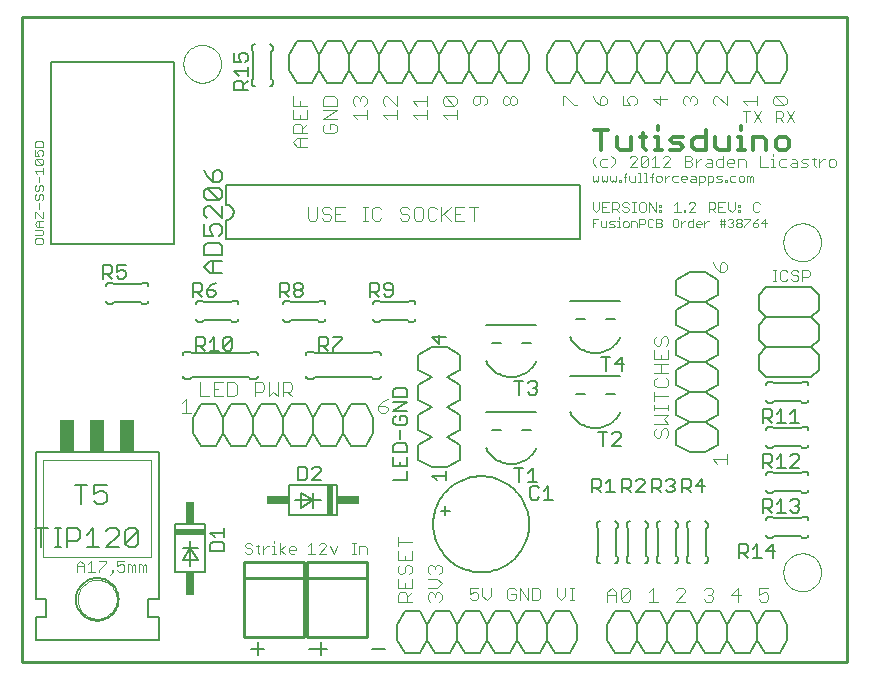
<source format=gto>
G75*
G70*
%OFA0B0*%
%FSLAX24Y24*%
%IPPOS*%
%LPD*%
%AMOC8*
5,1,8,0,0,1.08239X$1,22.5*
%
%ADD10C,0.0100*%
%ADD11C,0.0000*%
%ADD12C,0.0040*%
%ADD13C,0.0030*%
%ADD14C,0.0140*%
%ADD15C,0.0020*%
%ADD16C,0.0060*%
%ADD17C,0.0050*%
%ADD18C,0.0070*%
%ADD19R,0.0500X0.1100*%
%ADD20R,0.1000X0.0200*%
%ADD21R,0.0300X0.0750*%
%ADD22R,0.0200X0.1000*%
%ADD23R,0.0750X0.0300*%
D10*
X000151Y000242D02*
X000151Y021742D01*
X027651Y021742D01*
X027651Y000242D01*
X000151Y000242D01*
X007551Y001092D02*
X007551Y003042D01*
X009551Y003042D01*
X009551Y001092D01*
X007551Y001092D01*
X009651Y001092D02*
X009651Y003042D01*
X011651Y003042D01*
X011651Y001092D01*
X009651Y001092D01*
X009651Y003042D02*
X009651Y003592D01*
X011651Y003592D01*
X011651Y003042D01*
X009551Y003042D02*
X009551Y003592D01*
X007551Y003592D01*
X007551Y003042D01*
D11*
X002001Y002342D02*
X002003Y002392D01*
X002009Y002442D01*
X002019Y002492D01*
X002032Y002540D01*
X002049Y002588D01*
X002070Y002634D01*
X002094Y002678D01*
X002122Y002720D01*
X002153Y002760D01*
X002187Y002797D01*
X002224Y002832D01*
X002263Y002863D01*
X002304Y002892D01*
X002348Y002917D01*
X002394Y002939D01*
X002441Y002957D01*
X002489Y002971D01*
X002538Y002982D01*
X002588Y002989D01*
X002638Y002992D01*
X002689Y002991D01*
X002739Y002986D01*
X002789Y002977D01*
X002837Y002965D01*
X002885Y002948D01*
X002931Y002928D01*
X002976Y002905D01*
X003019Y002878D01*
X003059Y002848D01*
X003097Y002815D01*
X003132Y002779D01*
X003165Y002740D01*
X003194Y002699D01*
X003220Y002656D01*
X003243Y002611D01*
X003262Y002564D01*
X003277Y002516D01*
X003289Y002467D01*
X003297Y002417D01*
X003301Y002367D01*
X003301Y002317D01*
X003297Y002267D01*
X003289Y002217D01*
X003277Y002168D01*
X003262Y002120D01*
X003243Y002073D01*
X003220Y002028D01*
X003194Y001985D01*
X003165Y001944D01*
X003132Y001905D01*
X003097Y001869D01*
X003059Y001836D01*
X003019Y001806D01*
X002976Y001779D01*
X002931Y001756D01*
X002885Y001736D01*
X002837Y001719D01*
X002789Y001707D01*
X002739Y001698D01*
X002689Y001693D01*
X002638Y001692D01*
X002588Y001695D01*
X002538Y001702D01*
X002489Y001713D01*
X002441Y001727D01*
X002394Y001745D01*
X002348Y001767D01*
X002304Y001792D01*
X002263Y001821D01*
X002224Y001852D01*
X002187Y001887D01*
X002153Y001924D01*
X002122Y001964D01*
X002094Y002006D01*
X002070Y002050D01*
X002049Y002096D01*
X002032Y002144D01*
X002019Y002192D01*
X002009Y002242D01*
X002003Y002292D01*
X002001Y002342D01*
X005521Y020192D02*
X005523Y020242D01*
X005529Y020292D01*
X005539Y020341D01*
X005553Y020389D01*
X005570Y020436D01*
X005591Y020481D01*
X005616Y020525D01*
X005644Y020566D01*
X005676Y020605D01*
X005710Y020642D01*
X005747Y020676D01*
X005787Y020706D01*
X005829Y020733D01*
X005873Y020757D01*
X005919Y020778D01*
X005966Y020794D01*
X006014Y020807D01*
X006064Y020816D01*
X006113Y020821D01*
X006164Y020822D01*
X006214Y020819D01*
X006263Y020812D01*
X006312Y020801D01*
X006360Y020786D01*
X006406Y020768D01*
X006451Y020746D01*
X006494Y020720D01*
X006535Y020691D01*
X006574Y020659D01*
X006610Y020624D01*
X006642Y020586D01*
X006672Y020546D01*
X006699Y020503D01*
X006722Y020459D01*
X006741Y020413D01*
X006757Y020365D01*
X006769Y020316D01*
X006777Y020267D01*
X006781Y020217D01*
X006781Y020167D01*
X006777Y020117D01*
X006769Y020068D01*
X006757Y020019D01*
X006741Y019971D01*
X006722Y019925D01*
X006699Y019881D01*
X006672Y019838D01*
X006642Y019798D01*
X006610Y019760D01*
X006574Y019725D01*
X006535Y019693D01*
X006494Y019664D01*
X006451Y019638D01*
X006406Y019616D01*
X006360Y019598D01*
X006312Y019583D01*
X006263Y019572D01*
X006214Y019565D01*
X006164Y019562D01*
X006113Y019563D01*
X006064Y019568D01*
X006014Y019577D01*
X005966Y019590D01*
X005919Y019606D01*
X005873Y019627D01*
X005829Y019651D01*
X005787Y019678D01*
X005747Y019708D01*
X005710Y019742D01*
X005676Y019779D01*
X005644Y019818D01*
X005616Y019859D01*
X005591Y019903D01*
X005570Y019948D01*
X005553Y019995D01*
X005539Y020043D01*
X005529Y020092D01*
X005523Y020142D01*
X005521Y020192D01*
X025521Y014242D02*
X025523Y014292D01*
X025529Y014342D01*
X025539Y014391D01*
X025553Y014439D01*
X025570Y014486D01*
X025591Y014531D01*
X025616Y014575D01*
X025644Y014616D01*
X025676Y014655D01*
X025710Y014692D01*
X025747Y014726D01*
X025787Y014756D01*
X025829Y014783D01*
X025873Y014807D01*
X025919Y014828D01*
X025966Y014844D01*
X026014Y014857D01*
X026064Y014866D01*
X026113Y014871D01*
X026164Y014872D01*
X026214Y014869D01*
X026263Y014862D01*
X026312Y014851D01*
X026360Y014836D01*
X026406Y014818D01*
X026451Y014796D01*
X026494Y014770D01*
X026535Y014741D01*
X026574Y014709D01*
X026610Y014674D01*
X026642Y014636D01*
X026672Y014596D01*
X026699Y014553D01*
X026722Y014509D01*
X026741Y014463D01*
X026757Y014415D01*
X026769Y014366D01*
X026777Y014317D01*
X026781Y014267D01*
X026781Y014217D01*
X026777Y014167D01*
X026769Y014118D01*
X026757Y014069D01*
X026741Y014021D01*
X026722Y013975D01*
X026699Y013931D01*
X026672Y013888D01*
X026642Y013848D01*
X026610Y013810D01*
X026574Y013775D01*
X026535Y013743D01*
X026494Y013714D01*
X026451Y013688D01*
X026406Y013666D01*
X026360Y013648D01*
X026312Y013633D01*
X026263Y013622D01*
X026214Y013615D01*
X026164Y013612D01*
X026113Y013613D01*
X026064Y013618D01*
X026014Y013627D01*
X025966Y013640D01*
X025919Y013656D01*
X025873Y013677D01*
X025829Y013701D01*
X025787Y013728D01*
X025747Y013758D01*
X025710Y013792D01*
X025676Y013829D01*
X025644Y013868D01*
X025616Y013909D01*
X025591Y013953D01*
X025570Y013998D01*
X025553Y014045D01*
X025539Y014093D01*
X025529Y014142D01*
X025523Y014192D01*
X025521Y014242D01*
X025521Y003242D02*
X025523Y003292D01*
X025529Y003342D01*
X025539Y003391D01*
X025553Y003439D01*
X025570Y003486D01*
X025591Y003531D01*
X025616Y003575D01*
X025644Y003616D01*
X025676Y003655D01*
X025710Y003692D01*
X025747Y003726D01*
X025787Y003756D01*
X025829Y003783D01*
X025873Y003807D01*
X025919Y003828D01*
X025966Y003844D01*
X026014Y003857D01*
X026064Y003866D01*
X026113Y003871D01*
X026164Y003872D01*
X026214Y003869D01*
X026263Y003862D01*
X026312Y003851D01*
X026360Y003836D01*
X026406Y003818D01*
X026451Y003796D01*
X026494Y003770D01*
X026535Y003741D01*
X026574Y003709D01*
X026610Y003674D01*
X026642Y003636D01*
X026672Y003596D01*
X026699Y003553D01*
X026722Y003509D01*
X026741Y003463D01*
X026757Y003415D01*
X026769Y003366D01*
X026777Y003317D01*
X026781Y003267D01*
X026781Y003217D01*
X026777Y003167D01*
X026769Y003118D01*
X026757Y003069D01*
X026741Y003021D01*
X026722Y002975D01*
X026699Y002931D01*
X026672Y002888D01*
X026642Y002848D01*
X026610Y002810D01*
X026574Y002775D01*
X026535Y002743D01*
X026494Y002714D01*
X026451Y002688D01*
X026406Y002666D01*
X026360Y002648D01*
X026312Y002633D01*
X026263Y002622D01*
X026214Y002615D01*
X026164Y002612D01*
X026113Y002613D01*
X026064Y002618D01*
X026014Y002627D01*
X025966Y002640D01*
X025919Y002656D01*
X025873Y002677D01*
X025829Y002701D01*
X025787Y002728D01*
X025747Y002758D01*
X025710Y002792D01*
X025676Y002829D01*
X025644Y002868D01*
X025616Y002909D01*
X025591Y002953D01*
X025570Y002998D01*
X025553Y003045D01*
X025539Y003093D01*
X025529Y003142D01*
X025523Y003192D01*
X025521Y003242D01*
D12*
X025017Y002722D02*
X024710Y002722D01*
X024710Y002492D01*
X024864Y002569D01*
X024941Y002569D01*
X025017Y002492D01*
X025017Y002339D01*
X024941Y002262D01*
X024787Y002262D01*
X024710Y002339D01*
X024097Y002492D02*
X023790Y002492D01*
X024020Y002722D01*
X024020Y002262D01*
X023176Y002339D02*
X023099Y002262D01*
X022946Y002262D01*
X022869Y002339D01*
X023022Y002492D02*
X023099Y002492D01*
X023176Y002415D01*
X023176Y002339D01*
X023099Y002492D02*
X023176Y002569D01*
X023176Y002646D01*
X023099Y002722D01*
X022946Y002722D01*
X022869Y002646D01*
X022255Y002646D02*
X022255Y002569D01*
X021948Y002262D01*
X022255Y002262D01*
X022255Y002646D02*
X022178Y002722D01*
X022025Y002722D01*
X021948Y002646D01*
X021334Y002262D02*
X021028Y002262D01*
X021181Y002262D02*
X021181Y002722D01*
X021028Y002569D01*
X020414Y002646D02*
X020414Y002339D01*
X020337Y002262D01*
X020184Y002262D01*
X020107Y002339D01*
X020414Y002646D01*
X020337Y002722D01*
X020184Y002722D01*
X020107Y002646D01*
X020107Y002339D01*
X019953Y002262D02*
X019953Y002569D01*
X019800Y002722D01*
X019646Y002569D01*
X019646Y002262D01*
X019646Y002492D02*
X019953Y002492D01*
X018532Y002312D02*
X018395Y002312D01*
X018463Y002312D02*
X018463Y002722D01*
X018395Y002722D02*
X018532Y002722D01*
X018254Y002722D02*
X018254Y002449D01*
X018117Y002312D01*
X017980Y002449D01*
X017980Y002722D01*
X017425Y002654D02*
X017425Y002380D01*
X017357Y002312D01*
X017152Y002312D01*
X017152Y002722D01*
X017357Y002722D01*
X017425Y002654D01*
X017011Y002722D02*
X017011Y002312D01*
X016737Y002722D01*
X016737Y002312D01*
X016597Y002380D02*
X016597Y002517D01*
X016460Y002517D01*
X016597Y002380D02*
X016528Y002312D01*
X016391Y002312D01*
X016323Y002380D01*
X016323Y002654D01*
X016391Y002722D01*
X016528Y002722D01*
X016597Y002654D01*
X015768Y002722D02*
X015768Y002449D01*
X015631Y002312D01*
X015494Y002449D01*
X015494Y002722D01*
X015354Y002722D02*
X015080Y002722D01*
X015080Y002517D01*
X015217Y002585D01*
X015285Y002585D01*
X015354Y002517D01*
X015354Y002380D01*
X015285Y002312D01*
X015149Y002312D01*
X015080Y002380D01*
X014131Y002339D02*
X014054Y002262D01*
X014131Y002339D02*
X014131Y002492D01*
X014054Y002569D01*
X013978Y002569D01*
X013901Y002492D01*
X013901Y002415D01*
X013901Y002492D02*
X013824Y002569D01*
X013748Y002569D01*
X013671Y002492D01*
X013671Y002339D01*
X013748Y002262D01*
X013671Y002722D02*
X013978Y002722D01*
X014131Y002876D01*
X013978Y003029D01*
X013671Y003029D01*
X013748Y003183D02*
X013671Y003259D01*
X013671Y003413D01*
X013748Y003489D01*
X013824Y003489D01*
X013901Y003413D01*
X013978Y003489D01*
X014054Y003489D01*
X014131Y003413D01*
X014131Y003259D01*
X014054Y003183D01*
X013901Y003336D02*
X013901Y003413D01*
X013131Y003413D02*
X013131Y003259D01*
X013054Y003183D01*
X012901Y003259D02*
X012901Y003413D01*
X012978Y003489D01*
X013054Y003489D01*
X013131Y003413D01*
X013131Y003643D02*
X013131Y003950D01*
X012901Y003796D02*
X012901Y003643D01*
X012748Y003489D02*
X012671Y003413D01*
X012671Y003259D01*
X012748Y003183D01*
X012824Y003183D01*
X012901Y003259D01*
X012671Y003029D02*
X012671Y002722D01*
X013131Y002722D01*
X013131Y003029D01*
X012901Y002876D02*
X012901Y002722D01*
X012901Y002569D02*
X012748Y002569D01*
X012671Y002492D01*
X012671Y002262D01*
X013131Y002262D01*
X012978Y002262D02*
X012978Y002492D01*
X012901Y002569D01*
X012978Y002415D02*
X013131Y002569D01*
X013131Y003643D02*
X012671Y003643D01*
X012671Y003950D01*
X012671Y004103D02*
X012671Y004410D01*
X012671Y004257D02*
X013131Y004257D01*
X011630Y004042D02*
X011630Y003862D01*
X011630Y004042D02*
X011570Y004102D01*
X011390Y004102D01*
X011390Y003862D01*
X011264Y003862D02*
X011144Y003862D01*
X011204Y003862D02*
X011204Y004222D01*
X011144Y004222D02*
X011264Y004222D01*
X010648Y004102D02*
X010528Y003862D01*
X010408Y004102D01*
X010280Y004102D02*
X010039Y003862D01*
X010280Y003862D01*
X010280Y004102D02*
X010280Y004162D01*
X010220Y004222D01*
X010100Y004222D01*
X010039Y004162D01*
X009791Y004222D02*
X009791Y003862D01*
X009671Y003862D02*
X009911Y003862D01*
X009671Y004102D02*
X009791Y004222D01*
X009284Y004042D02*
X009284Y003982D01*
X009044Y003982D01*
X009044Y004042D02*
X009104Y004102D01*
X009224Y004102D01*
X009284Y004042D01*
X009224Y003862D02*
X009104Y003862D01*
X009044Y003922D01*
X009044Y004042D01*
X008918Y004102D02*
X008737Y003982D01*
X008918Y003862D01*
X008737Y003862D02*
X008737Y004222D01*
X008552Y004222D02*
X008552Y004282D01*
X008552Y004102D02*
X008552Y003862D01*
X008492Y003862D02*
X008612Y003862D01*
X008552Y004102D02*
X008492Y004102D01*
X008365Y004102D02*
X008305Y004102D01*
X008185Y003982D01*
X008185Y003862D02*
X008185Y004102D01*
X008060Y004102D02*
X007939Y004102D01*
X008000Y004162D02*
X008000Y003922D01*
X008060Y003862D01*
X007811Y003922D02*
X007751Y003862D01*
X007631Y003862D01*
X007571Y003922D01*
X007631Y004042D02*
X007751Y004042D01*
X007811Y003982D01*
X007811Y003922D01*
X007631Y004042D02*
X007571Y004102D01*
X007571Y004162D01*
X007631Y004222D01*
X007751Y004222D01*
X007811Y004162D01*
X004293Y003442D02*
X004293Y003262D01*
X004173Y003262D02*
X004173Y003442D01*
X004233Y003502D01*
X004293Y003442D01*
X004173Y003442D02*
X004113Y003502D01*
X004053Y003502D01*
X004053Y003262D01*
X003925Y003262D02*
X003925Y003442D01*
X003865Y003502D01*
X003805Y003442D01*
X003805Y003262D01*
X003685Y003262D02*
X003685Y003502D01*
X003745Y003502D01*
X003805Y003442D01*
X003556Y003442D02*
X003556Y003322D01*
X003496Y003262D01*
X003376Y003262D01*
X003316Y003322D01*
X003316Y003442D02*
X003436Y003502D01*
X003496Y003502D01*
X003556Y003442D01*
X003556Y003622D02*
X003316Y003622D01*
X003316Y003442D01*
X003191Y003322D02*
X003131Y003322D01*
X003131Y003262D01*
X003191Y003262D01*
X003191Y003322D01*
X003191Y003262D02*
X003071Y003142D01*
X002702Y003262D02*
X002702Y003322D01*
X002943Y003562D01*
X002943Y003622D01*
X002702Y003622D01*
X002454Y003622D02*
X002334Y003502D01*
X002206Y003502D02*
X002206Y003262D01*
X002334Y003262D02*
X002574Y003262D01*
X002454Y003262D02*
X002454Y003622D01*
X002206Y003502D02*
X002086Y003622D01*
X001966Y003502D01*
X001966Y003262D01*
X001966Y003442D02*
X002206Y003442D01*
X005471Y008562D02*
X005778Y008562D01*
X005625Y008562D02*
X005625Y009022D01*
X005471Y008869D01*
X006071Y009112D02*
X006378Y009112D01*
X006532Y009112D02*
X006838Y009112D01*
X006992Y009112D02*
X007222Y009112D01*
X007299Y009189D01*
X007299Y009496D01*
X007222Y009572D01*
X006992Y009572D01*
X006992Y009112D01*
X006685Y009342D02*
X006532Y009342D01*
X006532Y009572D02*
X006532Y009112D01*
X006532Y009572D02*
X006838Y009572D01*
X006071Y009572D02*
X006071Y009112D01*
X007913Y009112D02*
X007913Y009572D01*
X008143Y009572D01*
X008219Y009496D01*
X008219Y009342D01*
X008143Y009265D01*
X007913Y009265D01*
X008373Y009112D02*
X008526Y009265D01*
X008680Y009112D01*
X008680Y009572D01*
X008833Y009572D02*
X009063Y009572D01*
X009140Y009496D01*
X009140Y009342D01*
X009063Y009265D01*
X008833Y009265D01*
X008833Y009112D02*
X008833Y009572D01*
X008987Y009265D02*
X009140Y009112D01*
X008373Y009112D02*
X008373Y009572D01*
X012021Y008792D02*
X012021Y008639D01*
X012098Y008562D01*
X012251Y008562D01*
X012328Y008639D01*
X012328Y008715D01*
X012251Y008792D01*
X012021Y008792D01*
X012175Y008946D01*
X012328Y009022D01*
X012050Y014962D02*
X011896Y014962D01*
X011819Y015039D01*
X011819Y015346D01*
X011896Y015422D01*
X012050Y015422D01*
X012126Y015346D01*
X012126Y015039D02*
X012050Y014962D01*
X011666Y014962D02*
X011513Y014962D01*
X011589Y014962D02*
X011589Y015422D01*
X011513Y015422D02*
X011666Y015422D01*
X010899Y015422D02*
X010592Y015422D01*
X010592Y014962D01*
X010899Y014962D01*
X010745Y015192D02*
X010592Y015192D01*
X010438Y015115D02*
X010438Y015039D01*
X010362Y014962D01*
X010208Y014962D01*
X010132Y015039D01*
X009978Y015039D02*
X009978Y015422D01*
X010132Y015346D02*
X010132Y015269D01*
X010208Y015192D01*
X010362Y015192D01*
X010438Y015115D01*
X010438Y015346D02*
X010362Y015422D01*
X010208Y015422D01*
X010132Y015346D01*
X009978Y015039D02*
X009901Y014962D01*
X009748Y014962D01*
X009671Y015039D01*
X009671Y015422D01*
X009631Y017420D02*
X009324Y017420D01*
X009171Y017574D01*
X009324Y017727D01*
X009631Y017727D01*
X009631Y017881D02*
X009171Y017881D01*
X009171Y018111D01*
X009248Y018188D01*
X009401Y018188D01*
X009478Y018111D01*
X009478Y017881D01*
X009478Y018034D02*
X009631Y018188D01*
X009631Y018341D02*
X009631Y018648D01*
X009631Y018801D02*
X009171Y018801D01*
X009171Y019108D01*
X009401Y018955D02*
X009401Y018801D01*
X009171Y018648D02*
X009171Y018341D01*
X009631Y018341D01*
X009401Y018341D02*
X009401Y018494D01*
X010171Y018341D02*
X010631Y018648D01*
X010171Y018648D01*
X010171Y018801D02*
X010171Y019032D01*
X010248Y019108D01*
X010554Y019108D01*
X010631Y019032D01*
X010631Y018801D01*
X010171Y018801D01*
X010171Y018341D02*
X010631Y018341D01*
X010554Y018188D02*
X010631Y018111D01*
X010631Y017957D01*
X010554Y017881D01*
X010248Y017881D01*
X010171Y017957D01*
X010171Y018111D01*
X010248Y018188D01*
X010401Y018188D02*
X010401Y018034D01*
X010401Y018188D02*
X010554Y018188D01*
X011171Y018495D02*
X011324Y018341D01*
X011171Y018495D02*
X011631Y018495D01*
X011631Y018648D02*
X011631Y018341D01*
X011554Y018801D02*
X011631Y018878D01*
X011631Y019032D01*
X011554Y019108D01*
X011478Y019108D01*
X011401Y019032D01*
X011401Y018955D01*
X011401Y019032D02*
X011324Y019108D01*
X011248Y019108D01*
X011171Y019032D01*
X011171Y018878D01*
X011248Y018801D01*
X012171Y018878D02*
X012248Y018801D01*
X012171Y018878D02*
X012171Y019032D01*
X012248Y019108D01*
X012324Y019108D01*
X012631Y018801D01*
X012631Y019108D01*
X012631Y018648D02*
X012631Y018341D01*
X012631Y018495D02*
X012171Y018495D01*
X012324Y018341D01*
X013171Y018495D02*
X013324Y018341D01*
X013171Y018495D02*
X013631Y018495D01*
X013631Y018648D02*
X013631Y018341D01*
X014171Y018495D02*
X014631Y018495D01*
X014631Y018648D02*
X014631Y018341D01*
X014324Y018341D02*
X014171Y018495D01*
X014248Y018801D02*
X014171Y018878D01*
X014171Y019032D01*
X014248Y019108D01*
X014554Y018801D01*
X014631Y018878D01*
X014631Y019032D01*
X014554Y019108D01*
X014248Y019108D01*
X014248Y018801D02*
X014554Y018801D01*
X015171Y018878D02*
X015248Y018802D01*
X015324Y018802D01*
X015401Y018878D01*
X015401Y019108D01*
X015554Y019108D02*
X015248Y019108D01*
X015171Y019032D01*
X015171Y018878D01*
X015554Y018802D02*
X015631Y018878D01*
X015631Y019032D01*
X015554Y019108D01*
X016171Y019032D02*
X016248Y019108D01*
X016324Y019108D01*
X016401Y019032D01*
X016401Y018878D01*
X016324Y018802D01*
X016248Y018802D01*
X016171Y018878D01*
X016171Y019032D01*
X016401Y019032D02*
X016478Y019108D01*
X016554Y019108D01*
X016631Y019032D01*
X016631Y018878D01*
X016554Y018802D01*
X016478Y018802D01*
X016401Y018878D01*
X018171Y018802D02*
X018171Y019108D01*
X018248Y019108D01*
X018554Y018802D01*
X018631Y018802D01*
X019171Y019108D02*
X019248Y018955D01*
X019401Y018802D01*
X019401Y019032D01*
X019478Y019108D01*
X019554Y019108D01*
X019631Y019032D01*
X019631Y018878D01*
X019554Y018802D01*
X019401Y018802D01*
X020171Y018802D02*
X020401Y018802D01*
X020324Y018955D01*
X020324Y019032D01*
X020401Y019108D01*
X020554Y019108D01*
X020631Y019032D01*
X020631Y018878D01*
X020554Y018802D01*
X020171Y018802D02*
X020171Y019108D01*
X021171Y019032D02*
X021401Y018802D01*
X021401Y019108D01*
X021631Y019032D02*
X021171Y019032D01*
X022171Y019032D02*
X022248Y019108D01*
X022324Y019108D01*
X022401Y019032D01*
X022478Y019108D01*
X022554Y019108D01*
X022631Y019032D01*
X022631Y018878D01*
X022554Y018802D01*
X022401Y018955D02*
X022401Y019032D01*
X022171Y019032D02*
X022171Y018878D01*
X022248Y018802D01*
X023171Y018878D02*
X023248Y018802D01*
X023171Y018878D02*
X023171Y019032D01*
X023248Y019108D01*
X023324Y019108D01*
X023631Y018802D01*
X023631Y019108D01*
X024171Y018955D02*
X024631Y018955D01*
X024631Y018802D02*
X024631Y019108D01*
X024324Y018802D02*
X024171Y018955D01*
X025171Y018878D02*
X025248Y018802D01*
X025554Y018802D01*
X025248Y019108D01*
X025554Y019108D01*
X025631Y019032D01*
X025631Y018878D01*
X025554Y018802D01*
X025171Y018878D02*
X025171Y019032D01*
X025248Y019108D01*
X025185Y017182D02*
X025185Y017122D01*
X025185Y017002D02*
X025185Y016762D01*
X025125Y016762D02*
X025245Y016762D01*
X025371Y016822D02*
X025371Y016942D01*
X025431Y017002D01*
X025611Y017002D01*
X025799Y017002D02*
X025919Y017002D01*
X025979Y016942D01*
X025979Y016762D01*
X025799Y016762D01*
X025739Y016822D01*
X025799Y016882D01*
X025979Y016882D01*
X026108Y016942D02*
X026168Y017002D01*
X026348Y017002D01*
X026476Y017002D02*
X026596Y017002D01*
X026536Y017062D02*
X026536Y016822D01*
X026596Y016762D01*
X026721Y016762D02*
X026721Y017002D01*
X026721Y016882D02*
X026841Y017002D01*
X026901Y017002D01*
X027028Y016942D02*
X027028Y016822D01*
X027088Y016762D01*
X027208Y016762D01*
X027268Y016822D01*
X027268Y016942D01*
X027208Y017002D01*
X027088Y017002D01*
X027028Y016942D01*
X026348Y016822D02*
X026288Y016882D01*
X026168Y016882D01*
X026108Y016942D01*
X026108Y016762D02*
X026288Y016762D01*
X026348Y016822D01*
X025611Y016762D02*
X025431Y016762D01*
X025371Y016822D01*
X025185Y017002D02*
X025125Y017002D01*
X024997Y016762D02*
X024757Y016762D01*
X024757Y017122D01*
X024261Y016942D02*
X024261Y016762D01*
X024261Y016942D02*
X024201Y017002D01*
X024020Y017002D01*
X024020Y016762D01*
X023892Y016882D02*
X023652Y016882D01*
X023652Y016942D02*
X023712Y017002D01*
X023832Y017002D01*
X023892Y016942D01*
X023892Y016882D01*
X023832Y016762D02*
X023712Y016762D01*
X023652Y016822D01*
X023652Y016942D01*
X023524Y017002D02*
X023344Y017002D01*
X023284Y016942D01*
X023284Y016822D01*
X023344Y016762D01*
X023524Y016762D01*
X023524Y017122D01*
X023156Y016942D02*
X023156Y016762D01*
X022976Y016762D01*
X022916Y016822D01*
X022976Y016882D01*
X023156Y016882D01*
X023156Y016942D02*
X023096Y017002D01*
X022976Y017002D01*
X022789Y017002D02*
X022729Y017002D01*
X022609Y016882D01*
X022609Y016762D02*
X022609Y017002D01*
X022481Y017002D02*
X022420Y016942D01*
X022240Y016942D01*
X022240Y016762D02*
X022420Y016762D01*
X022481Y016822D01*
X022481Y016882D01*
X022420Y016942D01*
X022481Y017002D02*
X022481Y017062D01*
X022420Y017122D01*
X022240Y017122D01*
X022240Y016762D01*
X021744Y016762D02*
X021504Y016762D01*
X021744Y017002D01*
X021744Y017062D01*
X021684Y017122D01*
X021564Y017122D01*
X021504Y017062D01*
X021256Y017122D02*
X021256Y016762D01*
X021376Y016762D02*
X021135Y016762D01*
X021007Y016822D02*
X021007Y017062D01*
X020767Y016822D01*
X020827Y016762D01*
X020947Y016762D01*
X021007Y016822D01*
X021135Y017002D02*
X021256Y017122D01*
X021007Y017062D02*
X020947Y017122D01*
X020827Y017122D01*
X020767Y017062D01*
X020767Y016822D01*
X020639Y016762D02*
X020399Y016762D01*
X020639Y017002D01*
X020639Y017062D01*
X020579Y017122D01*
X020459Y017122D01*
X020399Y017062D01*
X019905Y017002D02*
X019785Y017122D01*
X019905Y017002D02*
X019905Y016882D01*
X019785Y016762D01*
X019657Y016762D02*
X019477Y016762D01*
X019417Y016822D01*
X019417Y016942D01*
X019477Y017002D01*
X019657Y017002D01*
X019291Y017122D02*
X019171Y017002D01*
X019171Y016882D01*
X019291Y016762D01*
X015349Y015422D02*
X015042Y015422D01*
X015195Y015422D02*
X015195Y014962D01*
X014889Y014962D02*
X014582Y014962D01*
X014582Y015422D01*
X014889Y015422D01*
X014735Y015192D02*
X014582Y015192D01*
X014428Y014962D02*
X014198Y015192D01*
X014121Y015115D02*
X014428Y015422D01*
X014121Y015422D02*
X014121Y014962D01*
X013968Y015039D02*
X013891Y014962D01*
X013738Y014962D01*
X013661Y015039D01*
X013661Y015346D01*
X013738Y015422D01*
X013891Y015422D01*
X013968Y015346D01*
X013507Y015346D02*
X013507Y015039D01*
X013431Y014962D01*
X013277Y014962D01*
X013201Y015039D01*
X013201Y015346D01*
X013277Y015422D01*
X013431Y015422D01*
X013507Y015346D01*
X013047Y015346D02*
X012970Y015422D01*
X012817Y015422D01*
X012740Y015346D01*
X012740Y015269D01*
X012817Y015192D01*
X012970Y015192D01*
X013047Y015115D01*
X013047Y015039D01*
X012970Y014962D01*
X012817Y014962D01*
X012740Y015039D01*
X009401Y017420D02*
X009401Y017727D01*
X013171Y018955D02*
X013324Y018801D01*
X013171Y018955D02*
X013631Y018955D01*
X013631Y019108D02*
X013631Y018801D01*
X023171Y013569D02*
X023248Y013415D01*
X023401Y013262D01*
X023401Y013492D01*
X023478Y013569D01*
X023554Y013569D01*
X023631Y013492D01*
X023631Y013339D01*
X023554Y013262D01*
X023401Y013262D01*
X021604Y011108D02*
X021681Y011031D01*
X021681Y010878D01*
X021604Y010801D01*
X021451Y010878D02*
X021451Y011031D01*
X021528Y011108D01*
X021604Y011108D01*
X021451Y010878D02*
X021374Y010801D01*
X021298Y010801D01*
X021221Y010878D01*
X021221Y011031D01*
X021298Y011108D01*
X021221Y010648D02*
X021221Y010341D01*
X021681Y010341D01*
X021681Y010648D01*
X021451Y010494D02*
X021451Y010341D01*
X021451Y010187D02*
X021451Y009881D01*
X021298Y009727D02*
X021221Y009650D01*
X021221Y009497D01*
X021298Y009420D01*
X021604Y009420D01*
X021681Y009497D01*
X021681Y009650D01*
X021604Y009727D01*
X021681Y009881D02*
X021221Y009881D01*
X021221Y010187D02*
X021681Y010187D01*
X021221Y009267D02*
X021221Y008960D01*
X021221Y009113D02*
X021681Y009113D01*
X021681Y008806D02*
X021681Y008653D01*
X021681Y008730D02*
X021221Y008730D01*
X021221Y008806D02*
X021221Y008653D01*
X021221Y008499D02*
X021681Y008499D01*
X021528Y008346D01*
X021681Y008193D01*
X021221Y008193D01*
X021298Y008039D02*
X021221Y007962D01*
X021221Y007809D01*
X021298Y007732D01*
X021374Y007732D01*
X021451Y007809D01*
X021451Y007962D01*
X021528Y008039D01*
X021604Y008039D01*
X021681Y007962D01*
X021681Y007809D01*
X021604Y007732D01*
X023171Y007015D02*
X023324Y006862D01*
X023171Y007015D02*
X023631Y007015D01*
X023631Y006862D02*
X023631Y007169D01*
D13*
X025166Y012957D02*
X025290Y012957D01*
X025228Y012957D02*
X025228Y013327D01*
X025166Y013327D02*
X025290Y013327D01*
X025412Y013265D02*
X025412Y013019D01*
X025473Y012957D01*
X025597Y012957D01*
X025659Y013019D01*
X025780Y013019D02*
X025842Y012957D01*
X025965Y012957D01*
X026027Y013019D01*
X026027Y013080D01*
X025965Y013142D01*
X025842Y013142D01*
X025780Y013204D01*
X025780Y013265D01*
X025842Y013327D01*
X025965Y013327D01*
X026027Y013265D01*
X026148Y013327D02*
X026148Y012957D01*
X026148Y013080D02*
X026333Y013080D01*
X026395Y013142D01*
X026395Y013265D01*
X026333Y013327D01*
X026148Y013327D01*
X025659Y013265D02*
X025597Y013327D01*
X025473Y013327D01*
X025412Y013265D01*
X022996Y016160D02*
X022996Y016450D01*
X023142Y016450D01*
X023190Y016402D01*
X023190Y016305D01*
X023142Y016257D01*
X022996Y016257D01*
X022895Y016305D02*
X022847Y016257D01*
X022702Y016257D01*
X022702Y016160D02*
X022702Y016450D01*
X022847Y016450D01*
X022895Y016402D01*
X022895Y016305D01*
X022601Y016257D02*
X022456Y016257D01*
X022407Y016305D01*
X022456Y016354D01*
X022601Y016354D01*
X022601Y016402D02*
X022601Y016257D01*
X022601Y016402D02*
X022552Y016450D01*
X022456Y016450D01*
X022306Y016402D02*
X022258Y016450D01*
X022161Y016450D01*
X022113Y016402D01*
X022113Y016305D01*
X022161Y016257D01*
X022258Y016257D01*
X022306Y016354D02*
X022113Y016354D01*
X022011Y016450D02*
X021866Y016450D01*
X021818Y016402D01*
X021818Y016305D01*
X021866Y016257D01*
X022011Y016257D01*
X022306Y016354D02*
X022306Y016402D01*
X021718Y016450D02*
X021669Y016450D01*
X021572Y016354D01*
X021572Y016450D02*
X021572Y016257D01*
X021471Y016305D02*
X021471Y016402D01*
X021423Y016450D01*
X021326Y016450D01*
X021278Y016402D01*
X021278Y016305D01*
X021326Y016257D01*
X021423Y016257D01*
X021471Y016305D01*
X021178Y016402D02*
X021081Y016402D01*
X021130Y016499D02*
X021130Y016257D01*
X020982Y016257D02*
X020885Y016257D01*
X020933Y016257D02*
X020933Y016547D01*
X020885Y016547D01*
X020737Y016547D02*
X020737Y016257D01*
X020689Y016257D02*
X020785Y016257D01*
X020587Y016257D02*
X020587Y016450D01*
X020689Y016547D02*
X020737Y016547D01*
X020587Y016257D02*
X020442Y016257D01*
X020394Y016305D01*
X020394Y016450D01*
X020294Y016402D02*
X020197Y016402D01*
X020246Y016499D02*
X020246Y016257D01*
X020098Y016257D02*
X020050Y016257D01*
X020050Y016305D01*
X020098Y016305D01*
X020098Y016257D01*
X019949Y016305D02*
X019949Y016450D01*
X019949Y016305D02*
X019901Y016257D01*
X019852Y016305D01*
X019804Y016257D01*
X019755Y016305D01*
X019755Y016450D01*
X019654Y016450D02*
X019654Y016305D01*
X019606Y016257D01*
X019558Y016305D01*
X019509Y016257D01*
X019461Y016305D01*
X019461Y016450D01*
X019360Y016450D02*
X019360Y016305D01*
X019311Y016257D01*
X019263Y016305D01*
X019215Y016257D01*
X019166Y016305D01*
X019166Y016450D01*
X020246Y016499D02*
X020294Y016547D01*
X021130Y016499D02*
X021178Y016547D01*
X023291Y016402D02*
X023339Y016450D01*
X023485Y016450D01*
X023436Y016354D02*
X023339Y016354D01*
X023291Y016402D01*
X023291Y016257D02*
X023436Y016257D01*
X023485Y016305D01*
X023436Y016354D01*
X023586Y016305D02*
X023634Y016305D01*
X023634Y016257D01*
X023586Y016257D01*
X023586Y016305D01*
X023733Y016305D02*
X023781Y016257D01*
X023927Y016257D01*
X024028Y016305D02*
X024076Y016257D01*
X024173Y016257D01*
X024221Y016305D01*
X024221Y016402D01*
X024173Y016450D01*
X024076Y016450D01*
X024028Y016402D01*
X024028Y016305D01*
X023927Y016450D02*
X023781Y016450D01*
X023733Y016402D01*
X023733Y016305D01*
X024322Y016257D02*
X024322Y016450D01*
X024371Y016450D01*
X024419Y016402D01*
X024468Y016450D01*
X024516Y016402D01*
X024516Y016257D01*
X024419Y016257D02*
X024419Y016402D01*
X024534Y018257D02*
X024781Y018627D01*
X024534Y018627D02*
X024781Y018257D01*
X025271Y018257D02*
X025271Y018627D01*
X025456Y018627D01*
X025518Y018565D01*
X025518Y018442D01*
X025456Y018380D01*
X025271Y018380D01*
X025395Y018380D02*
X025518Y018257D01*
X025639Y018257D02*
X025886Y018627D01*
X025639Y018627D02*
X025886Y018257D01*
X024413Y018627D02*
X024166Y018627D01*
X024290Y018627D02*
X024290Y018257D01*
X000853Y017562D02*
X000853Y017417D01*
X000562Y017417D01*
X000562Y017562D01*
X000611Y017611D01*
X000804Y017611D01*
X000853Y017562D01*
X000804Y017316D02*
X000853Y017268D01*
X000853Y017171D01*
X000804Y017122D01*
X000708Y017122D02*
X000659Y017219D01*
X000659Y017268D01*
X000708Y017316D01*
X000804Y017316D01*
X000708Y017122D02*
X000562Y017122D01*
X000562Y017316D01*
X000611Y017021D02*
X000804Y016828D01*
X000853Y016876D01*
X000853Y016973D01*
X000804Y017021D01*
X000611Y017021D01*
X000562Y016973D01*
X000562Y016876D01*
X000611Y016828D01*
X000804Y016828D01*
X000853Y016727D02*
X000853Y016533D01*
X000853Y016630D02*
X000562Y016630D01*
X000659Y016533D01*
X000708Y016432D02*
X000708Y016239D01*
X000756Y016137D02*
X000804Y016137D01*
X000853Y016089D01*
X000853Y015992D01*
X000804Y015944D01*
X000804Y015843D02*
X000853Y015794D01*
X000853Y015698D01*
X000804Y015649D01*
X000708Y015698D02*
X000708Y015794D01*
X000756Y015843D01*
X000804Y015843D01*
X000708Y015698D02*
X000659Y015649D01*
X000611Y015649D01*
X000562Y015698D01*
X000562Y015794D01*
X000611Y015843D01*
X000611Y015944D02*
X000659Y015944D01*
X000708Y015992D01*
X000708Y016089D01*
X000756Y016137D01*
X000611Y016137D02*
X000562Y016089D01*
X000562Y015992D01*
X000611Y015944D01*
X000708Y015548D02*
X000708Y015355D01*
X000611Y015253D02*
X000804Y015060D01*
X000853Y015060D01*
X000853Y015253D01*
X000611Y015253D02*
X000562Y015253D01*
X000562Y015060D01*
X000659Y014959D02*
X000853Y014959D01*
X000708Y014959D02*
X000708Y014765D01*
X000659Y014765D02*
X000562Y014862D01*
X000659Y014959D01*
X000659Y014765D02*
X000853Y014765D01*
X000804Y014664D02*
X000562Y014664D01*
X000562Y014471D02*
X000804Y014471D01*
X000853Y014519D01*
X000853Y014616D01*
X000804Y014664D01*
X000804Y014369D02*
X000611Y014369D01*
X000562Y014321D01*
X000562Y014224D01*
X000611Y014176D01*
X000804Y014176D01*
X000853Y014224D01*
X000853Y014321D01*
X000804Y014369D01*
D14*
X019221Y017992D02*
X019675Y017992D01*
X019448Y017992D02*
X019448Y017312D01*
X019976Y017425D02*
X019976Y017766D01*
X019976Y017425D02*
X020090Y017312D01*
X020430Y017312D01*
X020430Y017766D01*
X020731Y017766D02*
X020958Y017766D01*
X020845Y017879D02*
X020845Y017425D01*
X020958Y017312D01*
X021235Y017312D02*
X021461Y017312D01*
X021348Y017312D02*
X021348Y017766D01*
X021235Y017766D01*
X021348Y017992D02*
X021348Y018106D01*
X021738Y017652D02*
X021851Y017766D01*
X022192Y017766D01*
X022078Y017539D02*
X021851Y017539D01*
X021738Y017652D01*
X021738Y017312D02*
X022078Y017312D01*
X022192Y017425D01*
X022078Y017539D01*
X022493Y017425D02*
X022493Y017652D01*
X022606Y017766D01*
X022947Y017766D01*
X022947Y017992D02*
X022947Y017312D01*
X022606Y017312D01*
X022493Y017425D01*
X023248Y017425D02*
X023361Y017312D01*
X023702Y017312D01*
X023702Y017766D01*
X024003Y017766D02*
X024116Y017766D01*
X024116Y017312D01*
X024003Y017312D02*
X024230Y017312D01*
X024506Y017312D02*
X024506Y017766D01*
X024847Y017766D01*
X024960Y017652D01*
X024960Y017312D01*
X025261Y017425D02*
X025261Y017652D01*
X025375Y017766D01*
X025602Y017766D01*
X025715Y017652D01*
X025715Y017425D01*
X025602Y017312D01*
X025375Y017312D01*
X025261Y017425D01*
X024116Y017992D02*
X024116Y018106D01*
X023248Y017766D02*
X023248Y017425D01*
D15*
X023198Y015592D02*
X023028Y015592D01*
X023028Y015252D01*
X023028Y015365D02*
X023198Y015365D01*
X023255Y015422D01*
X023255Y015535D01*
X023198Y015592D01*
X023360Y015592D02*
X023360Y015252D01*
X023586Y015252D01*
X023691Y015365D02*
X023804Y015252D01*
X023918Y015365D01*
X023918Y015592D01*
X024023Y015479D02*
X024023Y015422D01*
X024079Y015422D01*
X024079Y015479D01*
X024023Y015479D01*
X024023Y015309D02*
X024023Y015252D01*
X024079Y015252D01*
X024079Y015309D01*
X024023Y015309D01*
X023996Y015032D02*
X024089Y015032D01*
X024136Y014985D01*
X024136Y014939D01*
X024089Y014892D01*
X023996Y014892D01*
X023949Y014939D01*
X023949Y014985D01*
X023996Y015032D01*
X023996Y014892D02*
X023949Y014845D01*
X023949Y014799D01*
X023996Y014752D01*
X024089Y014752D01*
X024136Y014799D01*
X024136Y014845D01*
X024089Y014892D01*
X024225Y014799D02*
X024225Y014752D01*
X024225Y014799D02*
X024412Y014985D01*
X024412Y015032D01*
X024225Y015032D01*
X024501Y014892D02*
X024501Y014799D01*
X024548Y014752D01*
X024641Y014752D01*
X024688Y014799D01*
X024688Y014845D01*
X024641Y014892D01*
X024501Y014892D01*
X024595Y014985D01*
X024688Y015032D01*
X024778Y014892D02*
X024964Y014892D01*
X024918Y015032D02*
X024778Y014892D01*
X024918Y014752D02*
X024918Y015032D01*
X024690Y015252D02*
X024747Y015309D01*
X024690Y015252D02*
X024576Y015252D01*
X024520Y015309D01*
X024520Y015535D01*
X024576Y015592D01*
X024690Y015592D01*
X024747Y015535D01*
X023860Y014985D02*
X023860Y014939D01*
X023813Y014892D01*
X023860Y014845D01*
X023860Y014799D01*
X023813Y014752D01*
X023719Y014752D01*
X023673Y014799D01*
X023583Y014845D02*
X023396Y014845D01*
X023396Y014939D02*
X023537Y014939D01*
X023583Y014939D01*
X023673Y014985D02*
X023719Y015032D01*
X023813Y015032D01*
X023860Y014985D01*
X023813Y014892D02*
X023766Y014892D01*
X023537Y015032D02*
X023537Y014752D01*
X023443Y014752D02*
X023443Y015032D01*
X023255Y015252D02*
X023142Y015365D01*
X023360Y015422D02*
X023473Y015422D01*
X023586Y015592D02*
X023360Y015592D01*
X023691Y015592D02*
X023691Y015365D01*
X023030Y014939D02*
X022984Y014939D01*
X022890Y014845D01*
X022801Y014845D02*
X022801Y014892D01*
X022754Y014939D01*
X022661Y014939D01*
X022614Y014892D01*
X022614Y014799D01*
X022661Y014752D01*
X022754Y014752D01*
X022801Y014845D02*
X022614Y014845D01*
X022524Y014752D02*
X022384Y014752D01*
X022338Y014799D01*
X022338Y014892D01*
X022384Y014939D01*
X022524Y014939D01*
X022524Y015032D02*
X022524Y014752D01*
X022248Y014939D02*
X022201Y014939D01*
X022108Y014845D01*
X022108Y014752D02*
X022108Y014939D01*
X022018Y014985D02*
X021971Y015032D01*
X021878Y015032D01*
X021831Y014985D01*
X021831Y014799D01*
X021878Y014752D01*
X021971Y014752D01*
X022018Y014799D01*
X022018Y014985D01*
X021981Y015252D02*
X021981Y015592D01*
X021868Y015479D01*
X021868Y015252D02*
X022095Y015252D01*
X022200Y015252D02*
X022256Y015252D01*
X022256Y015309D01*
X022200Y015309D01*
X022200Y015252D01*
X022365Y015252D02*
X022592Y015479D01*
X022592Y015535D01*
X022535Y015592D01*
X022422Y015592D01*
X022365Y015535D01*
X022365Y015252D02*
X022592Y015252D01*
X022890Y014939D02*
X022890Y014752D01*
X021466Y014799D02*
X021419Y014752D01*
X021279Y014752D01*
X021279Y015032D01*
X021419Y015032D01*
X021466Y014985D01*
X021466Y014939D01*
X021419Y014892D01*
X021279Y014892D01*
X021189Y014985D02*
X021143Y015032D01*
X021049Y015032D01*
X021003Y014985D01*
X021003Y014799D01*
X021049Y014752D01*
X021143Y014752D01*
X021189Y014799D01*
X021419Y014892D02*
X021466Y014845D01*
X021466Y014799D01*
X021428Y015252D02*
X021371Y015252D01*
X021371Y015309D01*
X021428Y015309D01*
X021428Y015252D01*
X021266Y015252D02*
X021266Y015592D01*
X021371Y015479D02*
X021371Y015422D01*
X021428Y015422D01*
X021428Y015479D01*
X021371Y015479D01*
X021266Y015252D02*
X021039Y015592D01*
X021039Y015252D01*
X020935Y015309D02*
X020935Y015535D01*
X020878Y015592D01*
X020765Y015592D01*
X020708Y015535D01*
X020708Y015309D01*
X020765Y015252D01*
X020878Y015252D01*
X020935Y015309D01*
X020867Y015032D02*
X020726Y015032D01*
X020726Y014752D01*
X020637Y014752D02*
X020637Y014892D01*
X020590Y014939D01*
X020450Y014939D01*
X020450Y014752D01*
X020361Y014799D02*
X020361Y014892D01*
X020314Y014939D01*
X020221Y014939D01*
X020174Y014892D01*
X020174Y014799D01*
X020221Y014752D01*
X020314Y014752D01*
X020361Y014799D01*
X020083Y014752D02*
X019990Y014752D01*
X020037Y014752D02*
X020037Y014939D01*
X019990Y014939D01*
X019900Y014939D02*
X019760Y014939D01*
X019714Y014892D01*
X019760Y014845D01*
X019854Y014845D01*
X019900Y014799D01*
X019854Y014752D01*
X019714Y014752D01*
X019624Y014752D02*
X019624Y014939D01*
X019437Y014939D02*
X019437Y014799D01*
X019484Y014752D01*
X019624Y014752D01*
X019348Y015032D02*
X019161Y015032D01*
X019161Y014752D01*
X019161Y014892D02*
X019255Y014892D01*
X019275Y015252D02*
X019388Y015365D01*
X019388Y015592D01*
X019493Y015592D02*
X019493Y015252D01*
X019719Y015252D01*
X019824Y015252D02*
X019824Y015592D01*
X019994Y015592D01*
X020051Y015535D01*
X020051Y015422D01*
X019994Y015365D01*
X019824Y015365D01*
X019938Y015365D02*
X020051Y015252D01*
X020156Y015309D02*
X020212Y015252D01*
X020326Y015252D01*
X020382Y015309D01*
X020382Y015365D01*
X020326Y015422D01*
X020212Y015422D01*
X020156Y015479D01*
X020156Y015535D01*
X020212Y015592D01*
X020326Y015592D01*
X020382Y015535D01*
X020487Y015592D02*
X020600Y015592D01*
X020544Y015592D02*
X020544Y015252D01*
X020600Y015252D02*
X020487Y015252D01*
X020037Y015079D02*
X020037Y015032D01*
X019606Y015422D02*
X019493Y015422D01*
X019493Y015592D02*
X019719Y015592D01*
X019161Y015592D02*
X019161Y015365D01*
X019275Y015252D01*
X020726Y014845D02*
X020867Y014845D01*
X020913Y014892D01*
X020913Y014985D01*
X020867Y015032D01*
X004451Y006992D02*
X004451Y003742D01*
X000851Y003742D01*
X000851Y006992D01*
X004451Y006992D01*
D16*
X004701Y007242D02*
X004701Y002342D01*
X004351Y002342D01*
X004351Y001742D01*
X004701Y001742D01*
X004701Y000992D01*
X000601Y000992D01*
X000601Y001742D01*
X000951Y001742D01*
X000951Y002342D01*
X000601Y002342D01*
X000601Y007242D01*
X004701Y007242D01*
X005851Y007892D02*
X005851Y008392D01*
X006101Y008842D01*
X006601Y008842D01*
X006851Y008392D01*
X007101Y008842D01*
X007601Y008842D01*
X007851Y008392D01*
X007851Y007892D01*
X007601Y007442D01*
X007101Y007442D01*
X006851Y007892D01*
X006601Y007442D01*
X006101Y007442D01*
X005851Y007892D01*
X006851Y007892D02*
X006851Y008392D01*
X007851Y008392D02*
X008101Y008842D01*
X008601Y008842D01*
X008851Y008392D01*
X009101Y008842D01*
X009601Y008842D01*
X009851Y008392D01*
X010101Y008842D01*
X010601Y008842D01*
X010851Y008392D01*
X011101Y008842D01*
X011601Y008842D01*
X011851Y008392D01*
X011851Y007892D01*
X011601Y007442D01*
X011101Y007442D01*
X010851Y007892D01*
X010601Y007442D01*
X010101Y007442D01*
X009851Y007892D01*
X009601Y007442D01*
X009101Y007442D01*
X008851Y007892D01*
X008601Y007442D01*
X008101Y007442D01*
X007851Y007892D01*
X008851Y007892D02*
X008851Y008392D01*
X009851Y008392D02*
X009851Y007892D01*
X010851Y007892D02*
X010851Y008392D01*
X009851Y009692D02*
X009701Y009692D01*
X009684Y009694D01*
X009667Y009698D01*
X009651Y009705D01*
X009637Y009715D01*
X009624Y009728D01*
X009614Y009742D01*
X009607Y009758D01*
X009603Y009775D01*
X009601Y009792D01*
X009851Y009692D02*
X009901Y009742D01*
X011801Y009742D01*
X011851Y009692D01*
X012001Y009692D01*
X012018Y009694D01*
X012035Y009698D01*
X012051Y009705D01*
X012065Y009715D01*
X012078Y009728D01*
X012088Y009742D01*
X012095Y009758D01*
X012099Y009775D01*
X012101Y009792D01*
X012101Y010492D02*
X012099Y010509D01*
X012095Y010526D01*
X012088Y010542D01*
X012078Y010556D01*
X012065Y010569D01*
X012051Y010579D01*
X012035Y010586D01*
X012018Y010590D01*
X012001Y010592D01*
X011851Y010592D01*
X011801Y010542D01*
X009901Y010542D01*
X009851Y010592D01*
X009701Y010592D01*
X009684Y010590D01*
X009667Y010586D01*
X009651Y010579D01*
X009637Y010569D01*
X009624Y010556D01*
X009614Y010542D01*
X009607Y010526D01*
X009603Y010509D01*
X009601Y010492D01*
X010051Y011592D02*
X010151Y011592D01*
X010051Y011592D02*
X010001Y011642D01*
X009101Y011642D01*
X009051Y011592D01*
X008951Y011592D01*
X008934Y011594D01*
X008917Y011598D01*
X008901Y011605D01*
X008887Y011615D01*
X008874Y011628D01*
X008864Y011642D01*
X008857Y011658D01*
X008853Y011675D01*
X008851Y011692D01*
X008851Y012192D02*
X008853Y012209D01*
X008857Y012226D01*
X008864Y012242D01*
X008874Y012256D01*
X008887Y012269D01*
X008901Y012279D01*
X008917Y012286D01*
X008934Y012290D01*
X008951Y012292D01*
X009051Y012292D01*
X009101Y012242D01*
X010001Y012242D01*
X010051Y012292D01*
X010151Y012292D01*
X010168Y012290D01*
X010185Y012286D01*
X010201Y012279D01*
X010215Y012269D01*
X010228Y012256D01*
X010238Y012242D01*
X010245Y012226D01*
X010249Y012209D01*
X010251Y012192D01*
X010251Y011692D02*
X010249Y011675D01*
X010245Y011658D01*
X010238Y011642D01*
X010228Y011628D01*
X010215Y011615D01*
X010201Y011605D01*
X010185Y011598D01*
X010168Y011594D01*
X010151Y011592D01*
X011951Y011592D02*
X012051Y011592D01*
X012101Y011642D01*
X013001Y011642D01*
X013051Y011592D01*
X013151Y011592D01*
X013168Y011594D01*
X013185Y011598D01*
X013201Y011605D01*
X013215Y011615D01*
X013228Y011628D01*
X013238Y011642D01*
X013245Y011658D01*
X013249Y011675D01*
X013251Y011692D01*
X013251Y012192D02*
X013249Y012209D01*
X013245Y012226D01*
X013238Y012242D01*
X013228Y012256D01*
X013215Y012269D01*
X013201Y012279D01*
X013185Y012286D01*
X013168Y012290D01*
X013151Y012292D01*
X013051Y012292D01*
X013001Y012242D01*
X012101Y012242D01*
X012051Y012292D01*
X011951Y012292D01*
X011934Y012290D01*
X011917Y012286D01*
X011901Y012279D01*
X011887Y012269D01*
X011874Y012256D01*
X011864Y012242D01*
X011857Y012226D01*
X011853Y012209D01*
X011851Y012192D01*
X011851Y011692D02*
X011853Y011675D01*
X011857Y011658D01*
X011864Y011642D01*
X011874Y011628D01*
X011887Y011615D01*
X011901Y011605D01*
X011917Y011598D01*
X011934Y011594D01*
X011951Y011592D01*
X013351Y010492D02*
X013801Y010742D01*
X014301Y010742D01*
X014751Y010492D01*
X014751Y009992D01*
X014301Y009742D01*
X014751Y009492D01*
X014751Y008992D01*
X014301Y008742D01*
X014751Y008492D01*
X014751Y007992D01*
X014301Y007742D01*
X014751Y007492D01*
X014751Y006992D01*
X014301Y006742D01*
X013801Y006742D01*
X013351Y006992D01*
X013351Y007492D01*
X013801Y007742D01*
X013351Y007992D01*
X013351Y008492D01*
X013801Y008742D01*
X013351Y008992D01*
X013351Y009492D01*
X013801Y009742D01*
X013351Y009992D01*
X013351Y010492D01*
X010651Y006142D02*
X009051Y006142D01*
X009051Y005142D01*
X010651Y005142D01*
X010651Y006142D01*
X010101Y005642D02*
X009851Y005642D01*
X009851Y005892D01*
X009851Y005642D02*
X009851Y005392D01*
X009851Y005642D02*
X009451Y005392D01*
X009451Y005892D01*
X009851Y005642D01*
X009251Y005642D01*
X006251Y004842D02*
X006251Y003242D01*
X005251Y003242D01*
X005251Y004842D01*
X006251Y004842D01*
X005751Y004292D02*
X005751Y004042D01*
X005501Y004042D01*
X005751Y004042D02*
X006001Y004042D01*
X005751Y004042D02*
X006001Y003642D01*
X005501Y003642D01*
X005751Y004042D01*
X005751Y003442D01*
X001941Y002342D02*
X001943Y002395D01*
X001949Y002448D01*
X001959Y002500D01*
X001973Y002551D01*
X001990Y002601D01*
X002011Y002650D01*
X002036Y002697D01*
X002064Y002742D01*
X002096Y002785D01*
X002131Y002825D01*
X002168Y002862D01*
X002208Y002897D01*
X002251Y002929D01*
X002296Y002957D01*
X002343Y002982D01*
X002392Y003003D01*
X002442Y003020D01*
X002493Y003034D01*
X002545Y003044D01*
X002598Y003050D01*
X002651Y003052D01*
X002704Y003050D01*
X002757Y003044D01*
X002809Y003034D01*
X002860Y003020D01*
X002910Y003003D01*
X002959Y002982D01*
X003006Y002957D01*
X003051Y002929D01*
X003094Y002897D01*
X003134Y002862D01*
X003171Y002825D01*
X003206Y002785D01*
X003238Y002742D01*
X003266Y002697D01*
X003291Y002650D01*
X003312Y002601D01*
X003329Y002551D01*
X003343Y002500D01*
X003353Y002448D01*
X003359Y002395D01*
X003361Y002342D01*
X003359Y002289D01*
X003353Y002236D01*
X003343Y002184D01*
X003329Y002133D01*
X003312Y002083D01*
X003291Y002034D01*
X003266Y001987D01*
X003238Y001942D01*
X003206Y001899D01*
X003171Y001859D01*
X003134Y001822D01*
X003094Y001787D01*
X003051Y001755D01*
X003006Y001727D01*
X002959Y001702D01*
X002910Y001681D01*
X002860Y001664D01*
X002809Y001650D01*
X002757Y001640D01*
X002704Y001634D01*
X002651Y001632D01*
X002598Y001634D01*
X002545Y001640D01*
X002493Y001650D01*
X002442Y001664D01*
X002392Y001681D01*
X002343Y001702D01*
X002296Y001727D01*
X002251Y001755D01*
X002208Y001787D01*
X002168Y001822D01*
X002131Y001859D01*
X002096Y001899D01*
X002064Y001942D01*
X002036Y001987D01*
X002011Y002034D01*
X001990Y002083D01*
X001973Y002133D01*
X001959Y002184D01*
X001949Y002236D01*
X001943Y002289D01*
X001941Y002342D01*
X007781Y000692D02*
X008208Y000692D01*
X007995Y000906D02*
X007995Y000479D01*
X009715Y000692D02*
X010142Y000692D01*
X010308Y000692D02*
X009881Y000692D01*
X010095Y000479D02*
X010095Y000906D01*
X011815Y000692D02*
X012242Y000692D01*
X012651Y000992D02*
X012901Y000542D01*
X013401Y000542D01*
X013651Y000992D01*
X013901Y000542D01*
X014401Y000542D01*
X014651Y000992D01*
X014651Y001492D01*
X014401Y001942D01*
X013901Y001942D01*
X013651Y001492D01*
X013651Y000992D01*
X013651Y001492D02*
X013401Y001942D01*
X012901Y001942D01*
X012651Y001492D01*
X012651Y000992D01*
X014651Y000992D02*
X014901Y000542D01*
X015401Y000542D01*
X015651Y000992D01*
X015901Y000542D01*
X016401Y000542D01*
X016651Y000992D01*
X016901Y000542D01*
X017401Y000542D01*
X017651Y000992D01*
X017901Y000542D01*
X018401Y000542D01*
X018651Y000992D01*
X018651Y001492D01*
X018401Y001942D01*
X017901Y001942D01*
X017651Y001492D01*
X017651Y000992D01*
X017651Y001492D02*
X017401Y001942D01*
X016901Y001942D01*
X016651Y001492D01*
X016651Y000992D01*
X016651Y001492D02*
X016401Y001942D01*
X015901Y001942D01*
X015651Y001492D01*
X015651Y000992D01*
X015651Y001492D02*
X015401Y001942D01*
X014901Y001942D01*
X014651Y001492D01*
X013851Y004842D02*
X013853Y004922D01*
X013859Y005001D01*
X013869Y005080D01*
X013883Y005159D01*
X013900Y005237D01*
X013922Y005314D01*
X013947Y005389D01*
X013977Y005463D01*
X014009Y005536D01*
X014046Y005607D01*
X014086Y005676D01*
X014129Y005743D01*
X014176Y005808D01*
X014225Y005870D01*
X014278Y005930D01*
X014334Y005987D01*
X014392Y006042D01*
X014453Y006093D01*
X014517Y006141D01*
X014583Y006186D01*
X014651Y006228D01*
X014721Y006266D01*
X014793Y006300D01*
X014866Y006331D01*
X014941Y006359D01*
X015018Y006382D01*
X015095Y006402D01*
X015173Y006418D01*
X015252Y006430D01*
X015331Y006438D01*
X015411Y006442D01*
X015491Y006442D01*
X015571Y006438D01*
X015650Y006430D01*
X015729Y006418D01*
X015807Y006402D01*
X015884Y006382D01*
X015961Y006359D01*
X016036Y006331D01*
X016109Y006300D01*
X016181Y006266D01*
X016251Y006228D01*
X016319Y006186D01*
X016385Y006141D01*
X016449Y006093D01*
X016510Y006042D01*
X016568Y005987D01*
X016624Y005930D01*
X016677Y005870D01*
X016726Y005808D01*
X016773Y005743D01*
X016816Y005676D01*
X016856Y005607D01*
X016893Y005536D01*
X016925Y005463D01*
X016955Y005389D01*
X016980Y005314D01*
X017002Y005237D01*
X017019Y005159D01*
X017033Y005080D01*
X017043Y005001D01*
X017049Y004922D01*
X017051Y004842D01*
X017049Y004762D01*
X017043Y004683D01*
X017033Y004604D01*
X017019Y004525D01*
X017002Y004447D01*
X016980Y004370D01*
X016955Y004295D01*
X016925Y004221D01*
X016893Y004148D01*
X016856Y004077D01*
X016816Y004008D01*
X016773Y003941D01*
X016726Y003876D01*
X016677Y003814D01*
X016624Y003754D01*
X016568Y003697D01*
X016510Y003642D01*
X016449Y003591D01*
X016385Y003543D01*
X016319Y003498D01*
X016251Y003456D01*
X016181Y003418D01*
X016109Y003384D01*
X016036Y003353D01*
X015961Y003325D01*
X015884Y003302D01*
X015807Y003282D01*
X015729Y003266D01*
X015650Y003254D01*
X015571Y003246D01*
X015491Y003242D01*
X015411Y003242D01*
X015331Y003246D01*
X015252Y003254D01*
X015173Y003266D01*
X015095Y003282D01*
X015018Y003302D01*
X014941Y003325D01*
X014866Y003353D01*
X014793Y003384D01*
X014721Y003418D01*
X014651Y003456D01*
X014583Y003498D01*
X014517Y003543D01*
X014453Y003591D01*
X014392Y003642D01*
X014334Y003697D01*
X014278Y003754D01*
X014225Y003814D01*
X014176Y003876D01*
X014129Y003941D01*
X014086Y004008D01*
X014046Y004077D01*
X014009Y004148D01*
X013977Y004221D01*
X013947Y004295D01*
X013922Y004370D01*
X013900Y004447D01*
X013883Y004525D01*
X013869Y004604D01*
X013859Y004683D01*
X013853Y004762D01*
X013851Y004842D01*
X014251Y005142D02*
X014251Y005442D01*
X014101Y005292D02*
X014401Y005292D01*
X019301Y004842D02*
X019301Y004742D01*
X019351Y004692D01*
X019351Y003792D01*
X019301Y003742D01*
X019301Y003642D01*
X019303Y003625D01*
X019307Y003608D01*
X019314Y003592D01*
X019324Y003578D01*
X019337Y003565D01*
X019351Y003555D01*
X019367Y003548D01*
X019384Y003544D01*
X019401Y003542D01*
X019901Y003542D02*
X019918Y003544D01*
X019935Y003548D01*
X019951Y003555D01*
X019965Y003565D01*
X019978Y003578D01*
X019988Y003592D01*
X019995Y003608D01*
X019999Y003625D01*
X020001Y003642D01*
X020001Y003742D01*
X019951Y003792D01*
X019951Y004692D01*
X020001Y004742D01*
X020001Y004842D01*
X019999Y004859D01*
X019995Y004876D01*
X019988Y004892D01*
X019978Y004906D01*
X019965Y004919D01*
X019951Y004929D01*
X019935Y004936D01*
X019918Y004940D01*
X019901Y004942D01*
X020301Y004842D02*
X020301Y004742D01*
X020351Y004692D01*
X020351Y003792D01*
X020301Y003742D01*
X020301Y003642D01*
X020303Y003625D01*
X020307Y003608D01*
X020314Y003592D01*
X020324Y003578D01*
X020337Y003565D01*
X020351Y003555D01*
X020367Y003548D01*
X020384Y003544D01*
X020401Y003542D01*
X020901Y003542D02*
X020918Y003544D01*
X020935Y003548D01*
X020951Y003555D01*
X020965Y003565D01*
X020978Y003578D01*
X020988Y003592D01*
X020995Y003608D01*
X020999Y003625D01*
X021001Y003642D01*
X021001Y003742D01*
X020951Y003792D01*
X020951Y004692D01*
X021001Y004742D01*
X021001Y004842D01*
X020999Y004859D01*
X020995Y004876D01*
X020988Y004892D01*
X020978Y004906D01*
X020965Y004919D01*
X020951Y004929D01*
X020935Y004936D01*
X020918Y004940D01*
X020901Y004942D01*
X021301Y004842D02*
X021301Y004742D01*
X021351Y004692D01*
X021351Y003792D01*
X021301Y003742D01*
X021301Y003642D01*
X021303Y003625D01*
X021307Y003608D01*
X021314Y003592D01*
X021324Y003578D01*
X021337Y003565D01*
X021351Y003555D01*
X021367Y003548D01*
X021384Y003544D01*
X021401Y003542D01*
X021901Y003542D02*
X021918Y003544D01*
X021935Y003548D01*
X021951Y003555D01*
X021965Y003565D01*
X021978Y003578D01*
X021988Y003592D01*
X021995Y003608D01*
X021999Y003625D01*
X022001Y003642D01*
X022001Y003742D01*
X021951Y003792D01*
X021951Y004692D01*
X022001Y004742D01*
X022001Y004842D01*
X021999Y004859D01*
X021995Y004876D01*
X021988Y004892D01*
X021978Y004906D01*
X021965Y004919D01*
X021951Y004929D01*
X021935Y004936D01*
X021918Y004940D01*
X021901Y004942D01*
X022301Y004842D02*
X022301Y004742D01*
X022351Y004692D01*
X022351Y003792D01*
X022301Y003742D01*
X022301Y003642D01*
X022303Y003625D01*
X022307Y003608D01*
X022314Y003592D01*
X022324Y003578D01*
X022337Y003565D01*
X022351Y003555D01*
X022367Y003548D01*
X022384Y003544D01*
X022401Y003542D01*
X022901Y003542D02*
X022918Y003544D01*
X022935Y003548D01*
X022951Y003555D01*
X022965Y003565D01*
X022978Y003578D01*
X022988Y003592D01*
X022995Y003608D01*
X022999Y003625D01*
X023001Y003642D01*
X023001Y003742D01*
X022951Y003792D01*
X022951Y004692D01*
X023001Y004742D01*
X023001Y004842D01*
X022999Y004859D01*
X022995Y004876D01*
X022988Y004892D01*
X022978Y004906D01*
X022965Y004919D01*
X022951Y004929D01*
X022935Y004936D01*
X022918Y004940D01*
X022901Y004942D01*
X022401Y004942D02*
X022384Y004940D01*
X022367Y004936D01*
X022351Y004929D01*
X022337Y004919D01*
X022324Y004906D01*
X022314Y004892D01*
X022307Y004876D01*
X022303Y004859D01*
X022301Y004842D01*
X021401Y004942D02*
X021384Y004940D01*
X021367Y004936D01*
X021351Y004929D01*
X021337Y004919D01*
X021324Y004906D01*
X021314Y004892D01*
X021307Y004876D01*
X021303Y004859D01*
X021301Y004842D01*
X020401Y004942D02*
X020384Y004940D01*
X020367Y004936D01*
X020351Y004929D01*
X020337Y004919D01*
X020324Y004906D01*
X020314Y004892D01*
X020307Y004876D01*
X020303Y004859D01*
X020301Y004842D01*
X019401Y004942D02*
X019384Y004940D01*
X019367Y004936D01*
X019351Y004929D01*
X019337Y004919D01*
X019324Y004906D01*
X019314Y004892D01*
X019307Y004876D01*
X019303Y004859D01*
X019301Y004842D01*
X021951Y007492D02*
X022401Y007242D01*
X022901Y007242D01*
X023351Y007492D01*
X023351Y007992D01*
X022901Y008242D01*
X022401Y008242D01*
X021951Y007992D01*
X021951Y007492D01*
X022401Y008242D02*
X021951Y008492D01*
X021951Y008992D01*
X022401Y009242D01*
X021951Y009492D01*
X021951Y009992D01*
X022401Y010242D01*
X021951Y010492D01*
X021951Y010992D01*
X022401Y011242D01*
X021951Y011492D01*
X021951Y011992D01*
X022401Y012242D01*
X021951Y012492D01*
X021951Y012992D01*
X022401Y013242D01*
X022901Y013242D01*
X023351Y012992D01*
X023351Y012492D01*
X022901Y012242D01*
X023351Y011992D01*
X023351Y011492D01*
X022901Y011242D01*
X022401Y011242D01*
X022901Y011242D02*
X023351Y010992D01*
X023351Y010492D01*
X022901Y010242D01*
X023351Y009992D01*
X023351Y009492D01*
X022901Y009242D01*
X023351Y008992D01*
X023351Y008492D01*
X022901Y008242D01*
X022901Y009242D02*
X022401Y009242D01*
X022401Y010242D02*
X022901Y010242D01*
X024701Y009992D02*
X024701Y010492D01*
X024951Y010742D01*
X026451Y010742D01*
X026701Y010992D01*
X026701Y011492D01*
X026451Y011742D01*
X026701Y011992D01*
X026701Y012492D01*
X026451Y012742D01*
X024951Y012742D01*
X024701Y012492D01*
X024701Y011992D01*
X024951Y011742D01*
X026451Y011742D01*
X026451Y010742D02*
X026701Y010492D01*
X026701Y009992D01*
X026451Y009742D01*
X024951Y009742D01*
X024701Y009992D01*
X025051Y009592D02*
X025151Y009592D01*
X025201Y009542D01*
X026101Y009542D01*
X026151Y009592D01*
X026251Y009592D01*
X026268Y009590D01*
X026285Y009586D01*
X026301Y009579D01*
X026315Y009569D01*
X026328Y009556D01*
X026338Y009542D01*
X026345Y009526D01*
X026349Y009509D01*
X026351Y009492D01*
X026351Y008992D02*
X026349Y008975D01*
X026345Y008958D01*
X026338Y008942D01*
X026328Y008928D01*
X026315Y008915D01*
X026301Y008905D01*
X026285Y008898D01*
X026268Y008894D01*
X026251Y008892D01*
X026151Y008892D01*
X026101Y008942D01*
X025201Y008942D01*
X025151Y008892D01*
X025051Y008892D01*
X025034Y008894D01*
X025017Y008898D01*
X025001Y008905D01*
X024987Y008915D01*
X024974Y008928D01*
X024964Y008942D01*
X024957Y008958D01*
X024953Y008975D01*
X024951Y008992D01*
X024951Y009492D02*
X024953Y009509D01*
X024957Y009526D01*
X024964Y009542D01*
X024974Y009556D01*
X024987Y009569D01*
X025001Y009579D01*
X025017Y009586D01*
X025034Y009590D01*
X025051Y009592D01*
X024951Y010742D02*
X024701Y010992D01*
X024701Y011492D01*
X024951Y011742D01*
X022901Y012242D02*
X022401Y012242D01*
X018751Y014342D02*
X006951Y014342D01*
X006951Y014992D01*
X006981Y014994D01*
X007011Y014999D01*
X007040Y015008D01*
X007067Y015021D01*
X007093Y015036D01*
X007117Y015055D01*
X007138Y015076D01*
X007157Y015100D01*
X007172Y015126D01*
X007185Y015153D01*
X007194Y015182D01*
X007199Y015212D01*
X007201Y015242D01*
X007199Y015272D01*
X007194Y015302D01*
X007185Y015331D01*
X007172Y015358D01*
X007157Y015384D01*
X007138Y015408D01*
X007117Y015429D01*
X007093Y015448D01*
X007067Y015463D01*
X007040Y015476D01*
X007011Y015485D01*
X006981Y015490D01*
X006951Y015492D01*
X006951Y016142D01*
X018751Y016142D01*
X018751Y014342D01*
X018901Y019542D02*
X018651Y019992D01*
X018401Y019542D01*
X017901Y019542D01*
X017651Y019992D01*
X017651Y020492D01*
X017901Y020942D01*
X018401Y020942D01*
X018651Y020492D01*
X018901Y020942D01*
X019401Y020942D01*
X019651Y020492D01*
X019651Y019992D01*
X019401Y019542D01*
X018901Y019542D01*
X018651Y019992D02*
X018651Y020492D01*
X019651Y020492D02*
X019901Y020942D01*
X020401Y020942D01*
X020651Y020492D01*
X020901Y020942D01*
X021401Y020942D01*
X021651Y020492D01*
X021901Y020942D01*
X022401Y020942D01*
X022651Y020492D01*
X022651Y019992D01*
X022401Y019542D01*
X021901Y019542D01*
X021651Y019992D01*
X021401Y019542D01*
X020901Y019542D01*
X020651Y019992D01*
X020401Y019542D01*
X019901Y019542D01*
X019651Y019992D01*
X020651Y019992D02*
X020651Y020492D01*
X021651Y020492D02*
X021651Y019992D01*
X022651Y019992D02*
X022901Y019542D01*
X023401Y019542D01*
X023651Y019992D01*
X023901Y019542D01*
X024401Y019542D01*
X024651Y019992D01*
X024901Y019542D01*
X025401Y019542D01*
X025651Y019992D01*
X025651Y020492D01*
X025401Y020942D01*
X024901Y020942D01*
X024651Y020492D01*
X024651Y019992D01*
X024651Y020492D02*
X024401Y020942D01*
X023901Y020942D01*
X023651Y020492D01*
X023651Y019992D01*
X023651Y020492D02*
X023401Y020942D01*
X022901Y020942D01*
X022651Y020492D01*
X017051Y020492D02*
X017051Y019992D01*
X016801Y019542D01*
X016301Y019542D01*
X016051Y019992D01*
X015801Y019542D01*
X015301Y019542D01*
X015051Y019992D01*
X014801Y019542D01*
X014301Y019542D01*
X014051Y019992D01*
X013801Y019542D01*
X013301Y019542D01*
X013051Y019992D01*
X012801Y019542D01*
X012301Y019542D01*
X012051Y019992D01*
X011801Y019542D01*
X011301Y019542D01*
X011051Y019992D01*
X010801Y019542D01*
X010301Y019542D01*
X010051Y019992D01*
X009801Y019542D01*
X009301Y019542D01*
X009051Y019992D01*
X009051Y020492D01*
X009301Y020942D01*
X009801Y020942D01*
X010051Y020492D01*
X010301Y020942D01*
X010801Y020942D01*
X011051Y020492D01*
X011051Y019992D01*
X011051Y020492D02*
X011301Y020942D01*
X011801Y020942D01*
X012051Y020492D01*
X012301Y020942D01*
X012801Y020942D01*
X013051Y020492D01*
X013301Y020942D01*
X013801Y020942D01*
X014051Y020492D01*
X014051Y019992D01*
X014051Y020492D02*
X014301Y020942D01*
X014801Y020942D01*
X015051Y020492D01*
X015301Y020942D01*
X015801Y020942D01*
X016051Y020492D01*
X016301Y020942D01*
X016801Y020942D01*
X017051Y020492D01*
X016051Y020492D02*
X016051Y019992D01*
X015051Y019992D02*
X015051Y020492D01*
X013051Y020492D02*
X013051Y019992D01*
X012051Y019992D02*
X012051Y020492D01*
X010051Y020492D02*
X010051Y019992D01*
X008501Y019642D02*
X008451Y019692D01*
X008451Y020592D01*
X008501Y020642D01*
X008501Y020742D01*
X008499Y020759D01*
X008495Y020776D01*
X008488Y020792D01*
X008478Y020806D01*
X008465Y020819D01*
X008451Y020829D01*
X008435Y020836D01*
X008418Y020840D01*
X008401Y020842D01*
X007901Y020842D02*
X007884Y020840D01*
X007867Y020836D01*
X007851Y020829D01*
X007837Y020819D01*
X007824Y020806D01*
X007814Y020792D01*
X007807Y020776D01*
X007803Y020759D01*
X007801Y020742D01*
X007801Y020642D01*
X007851Y020592D01*
X007851Y019692D01*
X007801Y019642D01*
X007801Y019542D01*
X007803Y019525D01*
X007807Y019508D01*
X007814Y019492D01*
X007824Y019478D01*
X007837Y019465D01*
X007851Y019455D01*
X007867Y019448D01*
X007884Y019444D01*
X007901Y019442D01*
X008401Y019442D02*
X008418Y019444D01*
X008435Y019448D01*
X008451Y019455D01*
X008465Y019465D01*
X008478Y019478D01*
X008488Y019492D01*
X008495Y019508D01*
X008499Y019525D01*
X008501Y019542D01*
X008501Y019642D01*
X004251Y012892D02*
X004151Y012892D01*
X004101Y012842D01*
X003201Y012842D01*
X003151Y012892D01*
X003051Y012892D01*
X003034Y012890D01*
X003017Y012886D01*
X003001Y012879D01*
X002987Y012869D01*
X002974Y012856D01*
X002964Y012842D01*
X002957Y012826D01*
X002953Y012809D01*
X002951Y012792D01*
X002951Y012292D02*
X002953Y012275D01*
X002957Y012258D01*
X002964Y012242D01*
X002974Y012228D01*
X002987Y012215D01*
X003001Y012205D01*
X003017Y012198D01*
X003034Y012194D01*
X003051Y012192D01*
X003151Y012192D01*
X003201Y012242D01*
X004101Y012242D01*
X004151Y012192D01*
X004251Y012192D01*
X004268Y012194D01*
X004285Y012198D01*
X004301Y012205D01*
X004315Y012215D01*
X004328Y012228D01*
X004338Y012242D01*
X004345Y012258D01*
X004349Y012275D01*
X004351Y012292D01*
X004351Y012792D02*
X004349Y012809D01*
X004345Y012826D01*
X004338Y012842D01*
X004328Y012856D01*
X004315Y012869D01*
X004301Y012879D01*
X004285Y012886D01*
X004268Y012890D01*
X004251Y012892D01*
X006051Y012292D02*
X006151Y012292D01*
X006201Y012242D01*
X007101Y012242D01*
X007151Y012292D01*
X007251Y012292D01*
X007268Y012290D01*
X007285Y012286D01*
X007301Y012279D01*
X007315Y012269D01*
X007328Y012256D01*
X007338Y012242D01*
X007345Y012226D01*
X007349Y012209D01*
X007351Y012192D01*
X007351Y011692D02*
X007349Y011675D01*
X007345Y011658D01*
X007338Y011642D01*
X007328Y011628D01*
X007315Y011615D01*
X007301Y011605D01*
X007285Y011598D01*
X007268Y011594D01*
X007251Y011592D01*
X007151Y011592D01*
X007101Y011642D01*
X006201Y011642D01*
X006151Y011592D01*
X006051Y011592D01*
X006034Y011594D01*
X006017Y011598D01*
X006001Y011605D01*
X005987Y011615D01*
X005974Y011628D01*
X005964Y011642D01*
X005957Y011658D01*
X005953Y011675D01*
X005951Y011692D01*
X005951Y012192D02*
X005953Y012209D01*
X005957Y012226D01*
X005964Y012242D01*
X005974Y012256D01*
X005987Y012269D01*
X006001Y012279D01*
X006017Y012286D01*
X006034Y012290D01*
X006051Y012292D01*
X005751Y010592D02*
X005801Y010542D01*
X007701Y010542D01*
X007751Y010592D01*
X007901Y010592D01*
X007918Y010590D01*
X007935Y010586D01*
X007951Y010579D01*
X007965Y010569D01*
X007978Y010556D01*
X007988Y010542D01*
X007995Y010526D01*
X007999Y010509D01*
X008001Y010492D01*
X008001Y009792D02*
X007999Y009775D01*
X007995Y009758D01*
X007988Y009742D01*
X007978Y009728D01*
X007965Y009715D01*
X007951Y009705D01*
X007935Y009698D01*
X007918Y009694D01*
X007901Y009692D01*
X007751Y009692D01*
X007701Y009742D01*
X005801Y009742D01*
X005751Y009692D01*
X005601Y009692D01*
X005584Y009694D01*
X005567Y009698D01*
X005551Y009705D01*
X005537Y009715D01*
X005524Y009728D01*
X005514Y009742D01*
X005507Y009758D01*
X005503Y009775D01*
X005501Y009792D01*
X005501Y010492D02*
X005503Y010509D01*
X005507Y010526D01*
X005514Y010542D01*
X005524Y010556D01*
X005537Y010569D01*
X005551Y010579D01*
X005567Y010586D01*
X005584Y010590D01*
X005601Y010592D01*
X005751Y010592D01*
X019901Y001942D02*
X019651Y001492D01*
X019651Y000992D01*
X019901Y000542D01*
X020401Y000542D01*
X020651Y000992D01*
X020901Y000542D01*
X021401Y000542D01*
X021651Y000992D01*
X021651Y001492D01*
X021401Y001942D01*
X020901Y001942D01*
X020651Y001492D01*
X020651Y000992D01*
X020651Y001492D02*
X020401Y001942D01*
X019901Y001942D01*
X021651Y001492D02*
X021901Y001942D01*
X022401Y001942D01*
X022651Y001492D01*
X022901Y001942D01*
X023401Y001942D01*
X023651Y001492D01*
X023901Y001942D01*
X024401Y001942D01*
X024651Y001492D01*
X024901Y001942D01*
X025401Y001942D01*
X025651Y001492D01*
X025651Y000992D01*
X025401Y000542D01*
X024901Y000542D01*
X024651Y000992D01*
X024401Y000542D01*
X023901Y000542D01*
X023651Y000992D01*
X023401Y000542D01*
X022901Y000542D01*
X022651Y000992D01*
X022401Y000542D01*
X021901Y000542D01*
X021651Y000992D01*
X022651Y000992D02*
X022651Y001492D01*
X023651Y001492D02*
X023651Y000992D01*
X024651Y000992D02*
X024651Y001492D01*
X025051Y004392D02*
X025151Y004392D01*
X025201Y004442D01*
X026101Y004442D01*
X026151Y004392D01*
X026251Y004392D01*
X026268Y004394D01*
X026285Y004398D01*
X026301Y004405D01*
X026315Y004415D01*
X026328Y004428D01*
X026338Y004442D01*
X026345Y004458D01*
X026349Y004475D01*
X026351Y004492D01*
X026351Y004992D02*
X026349Y005009D01*
X026345Y005026D01*
X026338Y005042D01*
X026328Y005056D01*
X026315Y005069D01*
X026301Y005079D01*
X026285Y005086D01*
X026268Y005090D01*
X026251Y005092D01*
X026151Y005092D01*
X026101Y005042D01*
X025201Y005042D01*
X025151Y005092D01*
X025051Y005092D01*
X025034Y005090D01*
X025017Y005086D01*
X025001Y005079D01*
X024987Y005069D01*
X024974Y005056D01*
X024964Y005042D01*
X024957Y005026D01*
X024953Y005009D01*
X024951Y004992D01*
X024951Y004492D02*
X024953Y004475D01*
X024957Y004458D01*
X024964Y004442D01*
X024974Y004428D01*
X024987Y004415D01*
X025001Y004405D01*
X025017Y004398D01*
X025034Y004394D01*
X025051Y004392D01*
X025051Y005892D02*
X025151Y005892D01*
X025201Y005942D01*
X026101Y005942D01*
X026151Y005892D01*
X026251Y005892D01*
X026268Y005894D01*
X026285Y005898D01*
X026301Y005905D01*
X026315Y005915D01*
X026328Y005928D01*
X026338Y005942D01*
X026345Y005958D01*
X026349Y005975D01*
X026351Y005992D01*
X026351Y006492D02*
X026349Y006509D01*
X026345Y006526D01*
X026338Y006542D01*
X026328Y006556D01*
X026315Y006569D01*
X026301Y006579D01*
X026285Y006586D01*
X026268Y006590D01*
X026251Y006592D01*
X026151Y006592D01*
X026101Y006542D01*
X025201Y006542D01*
X025151Y006592D01*
X025051Y006592D01*
X025034Y006590D01*
X025017Y006586D01*
X025001Y006579D01*
X024987Y006569D01*
X024974Y006556D01*
X024964Y006542D01*
X024957Y006526D01*
X024953Y006509D01*
X024951Y006492D01*
X024951Y005992D02*
X024953Y005975D01*
X024957Y005958D01*
X024964Y005942D01*
X024974Y005928D01*
X024987Y005915D01*
X025001Y005905D01*
X025017Y005898D01*
X025034Y005894D01*
X025051Y005892D01*
X025051Y007392D02*
X025151Y007392D01*
X025201Y007442D01*
X026101Y007442D01*
X026151Y007392D01*
X026251Y007392D01*
X026268Y007394D01*
X026285Y007398D01*
X026301Y007405D01*
X026315Y007415D01*
X026328Y007428D01*
X026338Y007442D01*
X026345Y007458D01*
X026349Y007475D01*
X026351Y007492D01*
X026351Y007992D02*
X026349Y008009D01*
X026345Y008026D01*
X026338Y008042D01*
X026328Y008056D01*
X026315Y008069D01*
X026301Y008079D01*
X026285Y008086D01*
X026268Y008090D01*
X026251Y008092D01*
X026151Y008092D01*
X026101Y008042D01*
X025201Y008042D01*
X025151Y008092D01*
X025051Y008092D01*
X025034Y008090D01*
X025017Y008086D01*
X025001Y008079D01*
X024987Y008069D01*
X024974Y008056D01*
X024964Y008042D01*
X024957Y008026D01*
X024953Y008009D01*
X024951Y007992D01*
X024951Y007492D02*
X024953Y007475D01*
X024957Y007458D01*
X024964Y007442D01*
X024974Y007428D01*
X024987Y007415D01*
X025001Y007405D01*
X025017Y007398D01*
X025034Y007394D01*
X025051Y007392D01*
D17*
X025061Y007177D02*
X024836Y007177D01*
X024836Y006727D01*
X024836Y006877D02*
X025061Y006877D01*
X025136Y006952D01*
X025136Y007102D01*
X025061Y007177D01*
X025297Y007027D02*
X025447Y007177D01*
X025447Y006727D01*
X025297Y006727D02*
X025597Y006727D01*
X025757Y006727D02*
X026057Y007027D01*
X026057Y007102D01*
X025982Y007177D01*
X025832Y007177D01*
X025757Y007102D01*
X025757Y006727D02*
X026057Y006727D01*
X025136Y006727D02*
X024986Y006877D01*
X025061Y005677D02*
X024836Y005677D01*
X024836Y005227D01*
X024836Y005377D02*
X025061Y005377D01*
X025136Y005452D01*
X025136Y005602D01*
X025061Y005677D01*
X025297Y005527D02*
X025447Y005677D01*
X025447Y005227D01*
X025297Y005227D02*
X025597Y005227D01*
X025757Y005302D02*
X025832Y005227D01*
X025982Y005227D01*
X026057Y005302D01*
X026057Y005377D01*
X025982Y005452D01*
X025907Y005452D01*
X025982Y005452D02*
X026057Y005527D01*
X026057Y005602D01*
X025982Y005677D01*
X025832Y005677D01*
X025757Y005602D01*
X025136Y005227D02*
X024986Y005377D01*
X025182Y004177D02*
X024957Y003952D01*
X025257Y003952D01*
X025182Y003727D02*
X025182Y004177D01*
X024647Y004177D02*
X024647Y003727D01*
X024497Y003727D02*
X024797Y003727D01*
X024497Y004027D02*
X024647Y004177D01*
X024336Y004102D02*
X024336Y003952D01*
X024261Y003877D01*
X024036Y003877D01*
X024036Y003727D02*
X024036Y004177D01*
X024261Y004177D01*
X024336Y004102D01*
X024186Y003877D02*
X024336Y003727D01*
X022822Y005907D02*
X022822Y006357D01*
X022597Y006132D01*
X022897Y006132D01*
X022436Y006132D02*
X022361Y006057D01*
X022136Y006057D01*
X022136Y005907D02*
X022136Y006357D01*
X022361Y006357D01*
X022436Y006282D01*
X022436Y006132D01*
X022286Y006057D02*
X022436Y005907D01*
X021897Y005982D02*
X021822Y005907D01*
X021672Y005907D01*
X021597Y005982D01*
X021436Y005907D02*
X021286Y006057D01*
X021361Y006057D02*
X021136Y006057D01*
X021136Y005907D02*
X021136Y006357D01*
X021361Y006357D01*
X021436Y006282D01*
X021436Y006132D01*
X021361Y006057D01*
X021597Y006282D02*
X021672Y006357D01*
X021822Y006357D01*
X021897Y006282D01*
X021897Y006207D01*
X021822Y006132D01*
X021897Y006057D01*
X021897Y005982D01*
X021822Y006132D02*
X021747Y006132D01*
X020897Y006207D02*
X020897Y006282D01*
X020822Y006357D01*
X020672Y006357D01*
X020597Y006282D01*
X020436Y006282D02*
X020361Y006357D01*
X020136Y006357D01*
X020136Y005907D01*
X020136Y006057D02*
X020361Y006057D01*
X020436Y006132D01*
X020436Y006282D01*
X020286Y006057D02*
X020436Y005907D01*
X020597Y005907D02*
X020897Y006207D01*
X020897Y005907D02*
X020597Y005907D01*
X019897Y005907D02*
X019597Y005907D01*
X019747Y005907D02*
X019747Y006357D01*
X019597Y006207D01*
X019436Y006132D02*
X019361Y006057D01*
X019136Y006057D01*
X019136Y005907D02*
X019136Y006357D01*
X019361Y006357D01*
X019436Y006282D01*
X019436Y006132D01*
X019286Y006057D02*
X019436Y005907D01*
X017837Y005667D02*
X017537Y005667D01*
X017687Y005667D02*
X017687Y006117D01*
X017537Y005967D01*
X017376Y006042D02*
X017301Y006117D01*
X017151Y006117D01*
X017076Y006042D01*
X017076Y005742D01*
X017151Y005667D01*
X017301Y005667D01*
X017376Y005742D01*
X017316Y006267D02*
X017016Y006267D01*
X017166Y006267D02*
X017166Y006717D01*
X017016Y006567D01*
X016856Y006717D02*
X016555Y006717D01*
X016706Y006717D02*
X016706Y006267D01*
X017301Y007395D02*
X017274Y007340D01*
X017243Y007288D01*
X017208Y007238D01*
X017171Y007190D01*
X017130Y007145D01*
X017087Y007103D01*
X017041Y007063D01*
X016992Y007027D01*
X016942Y006993D01*
X016889Y006963D01*
X016834Y006937D01*
X016778Y006914D01*
X016720Y006894D01*
X016662Y006879D01*
X016602Y006867D01*
X016542Y006859D01*
X016481Y006855D01*
X016421Y006855D01*
X016360Y006859D01*
X016300Y006867D01*
X016240Y006879D01*
X016182Y006894D01*
X016124Y006914D01*
X016068Y006937D01*
X016013Y006963D01*
X015960Y006993D01*
X015910Y007027D01*
X015861Y007063D01*
X015815Y007103D01*
X015772Y007145D01*
X015731Y007190D01*
X015694Y007238D01*
X015659Y007288D01*
X015628Y007340D01*
X015601Y007395D01*
X015798Y007992D02*
X016104Y007992D01*
X016798Y007992D02*
X017104Y007992D01*
X017276Y008592D02*
X015626Y008592D01*
X016706Y009167D02*
X016706Y009617D01*
X016856Y009617D02*
X016555Y009617D01*
X017016Y009542D02*
X017091Y009617D01*
X017241Y009617D01*
X017316Y009542D01*
X017316Y009467D01*
X017241Y009392D01*
X017316Y009317D01*
X017316Y009242D01*
X017241Y009167D01*
X017091Y009167D01*
X017016Y009242D01*
X017166Y009392D02*
X017241Y009392D01*
X018426Y009792D02*
X020076Y009792D01*
X020141Y009967D02*
X020141Y010417D01*
X019916Y010192D01*
X020216Y010192D01*
X019756Y010417D02*
X019455Y010417D01*
X019606Y010417D02*
X019606Y009967D01*
X019598Y009192D02*
X019904Y009192D01*
X020101Y008595D02*
X020074Y008540D01*
X020043Y008488D01*
X020008Y008438D01*
X019971Y008390D01*
X019930Y008345D01*
X019887Y008303D01*
X019841Y008263D01*
X019792Y008227D01*
X019742Y008193D01*
X019689Y008163D01*
X019634Y008137D01*
X019578Y008114D01*
X019520Y008094D01*
X019462Y008079D01*
X019402Y008067D01*
X019342Y008059D01*
X019281Y008055D01*
X019221Y008055D01*
X019160Y008059D01*
X019100Y008067D01*
X019040Y008079D01*
X018982Y008094D01*
X018924Y008114D01*
X018868Y008137D01*
X018813Y008163D01*
X018760Y008193D01*
X018710Y008227D01*
X018661Y008263D01*
X018615Y008303D01*
X018572Y008345D01*
X018531Y008390D01*
X018494Y008438D01*
X018459Y008488D01*
X018428Y008540D01*
X018401Y008595D01*
X018598Y009192D02*
X018904Y009192D01*
X019355Y007917D02*
X019656Y007917D01*
X019506Y007917D02*
X019506Y007467D01*
X019816Y007467D02*
X020116Y007767D01*
X020116Y007842D01*
X020041Y007917D01*
X019891Y007917D01*
X019816Y007842D01*
X019816Y007467D02*
X020116Y007467D01*
X017301Y010295D02*
X017274Y010240D01*
X017243Y010188D01*
X017208Y010138D01*
X017171Y010090D01*
X017130Y010045D01*
X017087Y010003D01*
X017041Y009963D01*
X016992Y009927D01*
X016942Y009893D01*
X016889Y009863D01*
X016834Y009837D01*
X016778Y009814D01*
X016720Y009794D01*
X016662Y009779D01*
X016602Y009767D01*
X016542Y009759D01*
X016481Y009755D01*
X016421Y009755D01*
X016360Y009759D01*
X016300Y009767D01*
X016240Y009779D01*
X016182Y009794D01*
X016124Y009814D01*
X016068Y009837D01*
X016013Y009863D01*
X015960Y009893D01*
X015910Y009927D01*
X015861Y009963D01*
X015815Y010003D01*
X015772Y010045D01*
X015731Y010090D01*
X015694Y010138D01*
X015659Y010188D01*
X015628Y010240D01*
X015601Y010295D01*
X015798Y010892D02*
X016104Y010892D01*
X016798Y010892D02*
X017104Y010892D01*
X017276Y011492D02*
X015626Y011492D01*
X014276Y011092D02*
X013826Y011092D01*
X014051Y010867D01*
X014051Y011167D01*
X012497Y012502D02*
X012422Y012427D01*
X012272Y012427D01*
X012197Y012502D01*
X012272Y012652D02*
X012197Y012727D01*
X012197Y012802D01*
X012272Y012877D01*
X012422Y012877D01*
X012497Y012802D01*
X012497Y012502D01*
X012497Y012652D02*
X012272Y012652D01*
X012036Y012652D02*
X012036Y012802D01*
X011961Y012877D01*
X011736Y012877D01*
X011736Y012427D01*
X011736Y012577D02*
X011961Y012577D01*
X012036Y012652D01*
X011886Y012577D02*
X012036Y012427D01*
X010797Y011077D02*
X010497Y011077D01*
X010336Y011002D02*
X010336Y010852D01*
X010261Y010777D01*
X010036Y010777D01*
X010036Y010627D02*
X010036Y011077D01*
X010261Y011077D01*
X010336Y011002D01*
X010186Y010777D02*
X010336Y010627D01*
X010497Y010627D02*
X010497Y010702D01*
X010797Y011002D01*
X010797Y011077D01*
X009422Y012427D02*
X009272Y012427D01*
X009197Y012502D01*
X009197Y012577D01*
X009272Y012652D01*
X009422Y012652D01*
X009497Y012577D01*
X009497Y012502D01*
X009422Y012427D01*
X009422Y012652D02*
X009497Y012727D01*
X009497Y012802D01*
X009422Y012877D01*
X009272Y012877D01*
X009197Y012802D01*
X009197Y012727D01*
X009272Y012652D01*
X009036Y012652D02*
X009036Y012802D01*
X008961Y012877D01*
X008736Y012877D01*
X008736Y012427D01*
X008736Y012577D02*
X008961Y012577D01*
X009036Y012652D01*
X008886Y012577D02*
X009036Y012427D01*
X007157Y011002D02*
X006857Y010702D01*
X006932Y010627D01*
X007082Y010627D01*
X007157Y010702D01*
X007157Y011002D01*
X007082Y011077D01*
X006932Y011077D01*
X006857Y011002D01*
X006857Y010702D01*
X006697Y010627D02*
X006397Y010627D01*
X006547Y010627D02*
X006547Y011077D01*
X006397Y010927D01*
X006236Y011002D02*
X006236Y010852D01*
X006161Y010777D01*
X005936Y010777D01*
X005936Y010627D02*
X005936Y011077D01*
X006161Y011077D01*
X006236Y011002D01*
X006086Y010777D02*
X006236Y010627D01*
X006136Y012427D02*
X005986Y012577D01*
X006061Y012577D02*
X005836Y012577D01*
X005836Y012427D02*
X005836Y012877D01*
X006061Y012877D01*
X006136Y012802D01*
X006136Y012652D01*
X006061Y012577D01*
X006297Y012502D02*
X006372Y012427D01*
X006522Y012427D01*
X006597Y012502D01*
X006597Y012577D01*
X006522Y012652D01*
X006297Y012652D01*
X006297Y012502D01*
X006297Y012652D02*
X006447Y012802D01*
X006597Y012877D01*
X005198Y014200D02*
X005198Y020263D01*
X001104Y020263D01*
X001104Y014200D01*
X005198Y014200D01*
X003597Y013477D02*
X003297Y013477D01*
X003297Y013252D01*
X003447Y013327D01*
X003522Y013327D01*
X003597Y013252D01*
X003597Y013102D01*
X003522Y013027D01*
X003372Y013027D01*
X003297Y013102D01*
X003136Y013027D02*
X002986Y013177D01*
X003061Y013177D02*
X002836Y013177D01*
X002836Y013027D02*
X002836Y013477D01*
X003061Y013477D01*
X003136Y013402D01*
X003136Y013252D01*
X003061Y013177D01*
X007216Y019327D02*
X007216Y019552D01*
X007291Y019627D01*
X007441Y019627D01*
X007516Y019552D01*
X007516Y019327D01*
X007516Y019477D02*
X007666Y019627D01*
X007666Y019787D02*
X007666Y020087D01*
X007666Y019937D02*
X007216Y019937D01*
X007366Y019787D01*
X007441Y020248D02*
X007216Y020248D01*
X007216Y020548D01*
X007366Y020473D02*
X007441Y020548D01*
X007591Y020548D01*
X007666Y020473D01*
X007666Y020323D01*
X007591Y020248D01*
X007441Y020248D02*
X007366Y020398D01*
X007366Y020473D01*
X007216Y019327D02*
X007666Y019327D01*
X018426Y012292D02*
X020076Y012292D01*
X019904Y011692D02*
X019598Y011692D01*
X020101Y011095D02*
X020074Y011040D01*
X020043Y010988D01*
X020008Y010938D01*
X019971Y010890D01*
X019930Y010845D01*
X019887Y010803D01*
X019841Y010763D01*
X019792Y010727D01*
X019742Y010693D01*
X019689Y010663D01*
X019634Y010637D01*
X019578Y010614D01*
X019520Y010594D01*
X019462Y010579D01*
X019402Y010567D01*
X019342Y010559D01*
X019281Y010555D01*
X019221Y010555D01*
X019160Y010559D01*
X019100Y010567D01*
X019040Y010579D01*
X018982Y010594D01*
X018924Y010614D01*
X018868Y010637D01*
X018813Y010663D01*
X018760Y010693D01*
X018710Y010727D01*
X018661Y010763D01*
X018615Y010803D01*
X018572Y010845D01*
X018531Y010890D01*
X018494Y010938D01*
X018459Y010988D01*
X018428Y011040D01*
X018401Y011095D01*
X018598Y011692D02*
X018904Y011692D01*
X012976Y009304D02*
X012976Y009079D01*
X012526Y009079D01*
X012526Y009304D01*
X012601Y009379D01*
X012901Y009379D01*
X012976Y009304D01*
X012976Y008919D02*
X012526Y008919D01*
X012526Y008619D02*
X012976Y008919D01*
X012976Y008619D02*
X012526Y008619D01*
X012601Y008459D02*
X012526Y008383D01*
X012526Y008233D01*
X012601Y008158D01*
X012901Y008158D01*
X012976Y008233D01*
X012976Y008383D01*
X012901Y008459D01*
X012751Y008459D01*
X012751Y008308D01*
X012751Y007998D02*
X012751Y007698D01*
X012601Y007538D02*
X012526Y007463D01*
X012526Y007238D01*
X012976Y007238D01*
X012976Y007463D01*
X012901Y007538D01*
X012601Y007538D01*
X012526Y007077D02*
X012526Y006777D01*
X012976Y006777D01*
X012976Y007077D01*
X012751Y006927D02*
X012751Y006777D01*
X012976Y006617D02*
X012976Y006317D01*
X012526Y006317D01*
X013826Y006467D02*
X014276Y006467D01*
X014276Y006317D02*
X014276Y006617D01*
X013976Y006317D02*
X013826Y006467D01*
X010116Y006317D02*
X009816Y006317D01*
X010116Y006617D01*
X010116Y006692D01*
X010041Y006767D01*
X009891Y006767D01*
X009816Y006692D01*
X009656Y006692D02*
X009656Y006392D01*
X009581Y006317D01*
X009355Y006317D01*
X009355Y006767D01*
X009581Y006767D01*
X009656Y006692D01*
X006876Y004707D02*
X006876Y004406D01*
X006876Y004557D02*
X006426Y004557D01*
X006576Y004406D01*
X006501Y004246D02*
X006426Y004171D01*
X006426Y003946D01*
X006876Y003946D01*
X006876Y004171D01*
X006801Y004246D01*
X006501Y004246D01*
X024836Y008227D02*
X024836Y008677D01*
X025061Y008677D01*
X025136Y008602D01*
X025136Y008452D01*
X025061Y008377D01*
X024836Y008377D01*
X024986Y008377D02*
X025136Y008227D01*
X025297Y008227D02*
X025597Y008227D01*
X025447Y008227D02*
X025447Y008677D01*
X025297Y008527D01*
X025757Y008527D02*
X025907Y008677D01*
X025907Y008227D01*
X025757Y008227D02*
X026057Y008227D01*
D18*
X006796Y013227D02*
X006403Y013227D01*
X006206Y013424D01*
X006403Y013621D01*
X006796Y013621D01*
X006796Y013835D02*
X006796Y014130D01*
X006698Y014228D01*
X006304Y014228D01*
X006206Y014130D01*
X006206Y013835D01*
X006796Y013835D01*
X006501Y013621D02*
X006501Y013227D01*
X006501Y014442D02*
X006206Y014442D01*
X006206Y014836D01*
X006403Y014738D02*
X006403Y014639D01*
X006501Y014442D01*
X006698Y014442D02*
X006796Y014541D01*
X006796Y014738D01*
X006698Y014836D01*
X006501Y014836D01*
X006403Y014738D01*
X006304Y015050D02*
X006206Y015148D01*
X006206Y015345D01*
X006304Y015444D01*
X006403Y015444D01*
X006796Y015050D01*
X006796Y015444D01*
X006698Y015658D02*
X006304Y016051D01*
X006698Y016051D01*
X006796Y015953D01*
X006796Y015756D01*
X006698Y015658D01*
X006304Y015658D01*
X006206Y015756D01*
X006206Y015953D01*
X006304Y016051D01*
X006501Y016265D02*
X006501Y016561D01*
X006599Y016659D01*
X006698Y016659D01*
X006796Y016561D01*
X006796Y016364D01*
X006698Y016265D01*
X006501Y016265D01*
X006304Y016462D01*
X006206Y016659D01*
X002962Y006157D02*
X002542Y006157D01*
X002542Y005842D01*
X002752Y005947D01*
X002857Y005947D01*
X002962Y005842D01*
X002962Y005632D01*
X002857Y005527D01*
X002647Y005527D01*
X002542Y005632D01*
X002107Y005527D02*
X002107Y006157D01*
X001897Y006157D02*
X002317Y006157D01*
X002513Y004707D02*
X002513Y004077D01*
X002723Y004077D02*
X002302Y004077D01*
X002078Y004392D02*
X001973Y004287D01*
X001658Y004287D01*
X001658Y004077D02*
X001658Y004707D01*
X001973Y004707D01*
X002078Y004602D01*
X002078Y004392D01*
X002302Y004497D02*
X002513Y004707D01*
X002947Y004602D02*
X003052Y004707D01*
X003262Y004707D01*
X003367Y004602D01*
X003367Y004497D01*
X002947Y004077D01*
X003367Y004077D01*
X003592Y004182D02*
X004012Y004602D01*
X004012Y004182D01*
X003907Y004077D01*
X003697Y004077D01*
X003592Y004182D01*
X003592Y004602D01*
X003697Y004707D01*
X003907Y004707D01*
X004012Y004602D01*
X001438Y004707D02*
X001228Y004707D01*
X001333Y004707D02*
X001333Y004077D01*
X001228Y004077D02*
X001438Y004077D01*
X000794Y004077D02*
X000794Y004707D01*
X000584Y004707D02*
X001004Y004707D01*
D19*
X001651Y007792D03*
X002651Y007792D03*
X003651Y007792D03*
D20*
X005751Y004592D03*
D21*
X005751Y005217D03*
X005751Y002867D03*
D22*
X010401Y005642D03*
D23*
X011026Y005642D03*
X008676Y005642D03*
M02*

</source>
